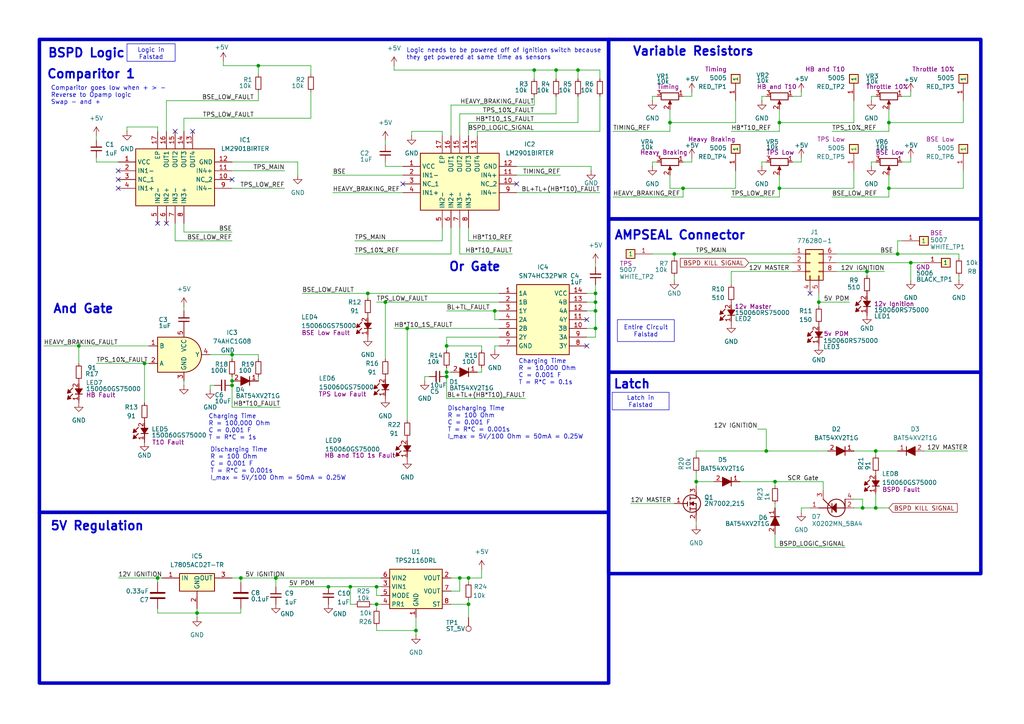
<source format=kicad_sch>
(kicad_sch (version 20250114) (generator "eeschema") (generator_version "9.0")
  (paper "A4")
  (title_block (title "SDM26 BSPD") (date "2025-06-09") (rev "1.0") (company "SUNDEVIL MOTORSPORTS"))
  (rectangle (start 11.43 11.43) (end 176.53 148.59) (stroke (width 1.016)))
  (rectangle (start 176.53 63.5) (end 284.48 107.95) (stroke (width 1.016)))
  (rectangle (start 176.53 11.43) (end 284.48 63.5) (stroke (width 1.016)))
  (rectangle (start 11.43 148.59) (end 176.53 198.12) (stroke (width 1.016)))
  (rectangle (start 176.53 107.95) (end 284.48 166.37) (stroke (width 1.016)))
  (text "5V Regulation" (at 14.478 154.178 0) (effects (font (size 2.54 2.54) (thickness 0.512) (bold yes)) (justify left bottom)))
  (text "Latch" (at 177.8 113.03 0) (effects (font (size 2.54 2.54) (thickness 0.512) (bold yes)) (justify left bottom)))
  (text "Discharging Time\nR = 100 Ohm\nC = 0.001 F\nT = R*C = 0.001s\nI_max = 5V/100 Ohm = 50mA = 0.25W" (at 129.794 117.856 0) (effects (font (size 1.27 1.27)) (justify left top)))
  (text "And Gate" (at 15.24 91.186 0) (effects (font (size 2.54 2.54) (thickness 0.512) (bold yes)) (justify left bottom)))
  (text "Comparitor goes low when + > -\nReverse to Opamp logic\nSwap - and +" (at 14.732 24.892 0) (effects (font (size 1.27 1.27)) (justify left top)))
  (text "Variable Resistors" (at 183.388 16.51 0) (effects (font (size 2.54 2.54) (thickness 0.512) (bold yes)) (justify left bottom)))
  (text "Logic needs to be powered off of Ignition switch because \nthey get powered at same time as sensors" (at 117.856 13.97 0) (effects (font (size 1.27 1.27)) (justify left top)))
  (text "Charging Time\nR = 100,000 Ohm\nC = 0.001 F\nT = R*C = 1s" (at 60.452 120.142 0) (effects (font (size 1.27 1.27)) (justify left top)))
  (text "Discharging Time\nR = 100 Ohm\nC = 0.001 F\nT = R*C = 0.001s\nI_max = 5V/100 Ohm = 50mA = 0.25W" (at 60.96 129.794 0) (effects (font (size 1.27 1.27)) (justify left top)))
  (text "Charging Time\nR = 10,000 Ohm\nC = 0.001 F\nT = R*C = 0.1s" (at 150.368 104.14 0) (effects (font (size 1.27 1.27)) (justify left top)))
  (text "AMPSEAL Connector" (at 178.054 69.85 0) (effects (font (size 2.54 2.54) (thickness 0.512) (bold yes)) (justify left bottom)))
  (text "BSPD Logic" (at 13.716 17.018 0) (effects (font (size 2.54 2.54) (thickness 0.512) (bold yes)) (justify left bottom)))
  (text "Or Gate" (at 130.048 78.994 0) (effects (font (size 2.54 2.54) (thickness 0.512) (bold yes)) (justify left bottom)))
  (text "Comparitor 1" (at 13.462 23.114 0) (effects (font (size 2.54 2.54) (thickness 0.512) (bold yes)) (justify left bottom)))
  (text_box "Latch in Falstad" (at 177.546 113.792 0) (size 16.51 5.08) (margins 0.9525 0.9525 0.9525 0.9525) (effects (font (size 1.27 1.27))))
  (text_box "Entire Circuit\nFalstad" (at 179.07 92.71 0) (size 16.51 6.35) (margins 0.9525 0.9525 0.9525 0.9525) (effects (font (size 1.27 1.27))))
  (text_box "Logic in Falstad" (at 36.83 12.7 0) (size 13.97 5.08) (margins 0.9525 0.9525 0.9525 0.9525) (effects (font (size 1.27 1.27)) (justify top)))
  (junction (at 226.06 54.61))
  (junction (at 226.06 35.56))
  (junction (at 254 147.32))
  (junction (at 95.25 170.18))
  (junction (at 172.72 85.09))
  (junction (at 254 130.81))
  (junction (at 172.72 95.25))
  (junction (at 260.35 73.66))
  (junction (at 133.35 167.64))
  (junction (at 67.31 110.49))
  (junction (at 80.01 167.64))
  (junction (at 222.25 130.81))
  (junction (at 143.51 90.17))
  (junction (at 120.65 182.88))
  (junction (at 172.72 90.17))
  (junction (at 41.91 105.41))
  (junction (at 237.49 87.63))
  (junction (at 106.68 85.09))
  (junction (at 257.81 54.61))
  (junction (at 201.93 139.7))
  (junction (at 101.6 170.18))
  (junction (at 74.93 19.05))
  (junction (at 129.54 109.22))
  (junction (at 251.46 78.74))
  (junction (at 135.89 167.64))
  (junction (at 22.86 100.33))
  (junction (at 257.81 35.56))
  (junction (at 154.94 20.32))
  (junction (at 250.19 147.32))
  (junction (at 57.15 177.8))
  (junction (at 135.89 175.26))
  (junction (at 118.11 95.25))
  (junction (at 161.29 20.32))
  (junction (at 198.12 54.61))
  (junction (at 69.85 167.64))
  (junction (at 195.58 73.66))
  (junction (at 109.22 175.26))
  (junction (at 67.31 102.87))
  (junction (at 172.72 87.63))
  (junction (at 111.76 87.63))
  (junction (at 129.54 107.95))
  (junction (at 45.72 167.64))
  (junction (at 129.54 100.33))
  (junction (at 194.31 35.56))
  (junction (at 109.22 170.18))
  (junction (at 167.64 20.32))
  (junction (at 224.79 139.7))
  (junction (at 67.31 111.76))
  (junction (at 264.16 76.2))
  (no_connect (at 170.18 100.33))
  (no_connect (at 170.18 92.71))
  (no_connect (at 34.29 54.61))
  (no_connect (at 34.29 49.53))
  (no_connect (at 55.88 38.1))
  (no_connect (at 45.72 64.77))
  (no_connect (at 67.31 52.07))
  (no_connect (at 234.95 85.09))
  (no_connect (at 48.26 64.77))
  (no_connect (at 116.84 53.34))
  (no_connect (at 34.29 52.07))
  (no_connect (at 149.86 53.34))
  (no_connect (at 50.8 38.1))
  (wire (pts (xy 60.96 111.76) (xy 62.23 111.76)))
  (wire (pts (xy 161.29 22.86) (xy 161.29 20.32)))
  (wire (pts (xy 118.11 95.25) (xy 144.78 95.25)))
  (wire (pts (xy 250.19 147.32) (xy 250.19 144.78)))
  (wire (pts (xy 138.43 38.1) (xy 173.99 38.1)))
  (wire (pts (xy 130.81 39.37) (xy 130.81 30.48)))
  (wire (pts (xy 81.28 118.11) (xy 67.31 118.11)))
  (wire (pts (xy 143.51 92.71) (xy 144.78 92.71)))
  (wire (pts (xy 90.17 34.29) (xy 90.17 26.67)))
  (wire (pts (xy 135.89 35.56) (xy 167.64 35.56)))
  (wire (pts (xy 254 143.51) (xy 254 147.32)))
  (wire (pts (xy 106.68 85.09) (xy 144.78 85.09)))
  (wire (pts (xy 252.73 46.99) (xy 252.73 48.26)))
  (wire (pts (xy 95.25 170.18) (xy 101.6 170.18)))
  (wire (pts (xy 67.31 46.99) (xy 86.36 46.99)))
  (wire (pts (xy 48.26 29.21) (xy 74.93 29.21)))
  (wire (pts (xy 257.81 50.8) (xy 257.81 54.61)))
  (wire (pts (xy 226.06 35.56) (xy 247.65 35.56)))
  (wire (pts (xy 129.54 107.95) (xy 129.54 109.22)))
  (wire (pts (xy 247.65 29.21) (xy 247.65 35.56)))
  (wire (pts (xy 232.41 27.94) (xy 229.87 27.94)))
  (wire (pts (xy 135.89 69.85) (xy 148.59 69.85)))
  (wire (pts (xy 170.18 90.17) (xy 172.72 90.17)))
  (wire (pts (xy 201.93 151.13) (xy 201.93 152.4)))
  (wire (pts (xy 257.81 35.56) (xy 257.81 38.1)))
  (wire (pts (xy 133.35 33.02) (xy 161.29 33.02)))
  (wire (pts (xy 194.31 50.8) (xy 194.31 54.61)))
  (wire (pts (xy 173.99 22.86) (xy 173.99 20.32)))
  (wire (pts (xy 278.13 80.01) (xy 278.13 81.28)))
  (wire (pts (xy 182.88 146.05) (xy 195.58 146.05)))
  (wire (pts (xy 172.72 95.25) (xy 172.72 97.79)))
  (wire (pts (xy 242.57 78.74) (xy 251.46 78.74)))
  (wire (pts (xy 167.64 27.94) (xy 167.64 35.56)))
  (wire (pts (xy 120.65 182.88) (xy 120.65 184.15)))
  (wire (pts (xy 267.97 130.81) (xy 280.67 130.81)))
  (wire (pts (xy 201.93 130.81) (xy 222.25 130.81)))
  (wire (pts (xy 250.19 147.32) (xy 254 147.32)))
  (wire (pts (xy 224.79 139.7) (xy 238.76 139.7)))
  (wire (pts (xy 149.86 50.8) (xy 162.56 50.8)))
  (wire (pts (xy 27.94 45.72) (xy 27.94 46.99)))
  (wire (pts (xy 242.57 76.2) (xy 264.16 76.2)))
  (wire (pts (xy 173.99 27.94) (xy 173.99 38.1)))
  (wire (pts (xy 109.22 170.18) (xy 110.49 170.18)))
  (wire (pts (xy 247.65 130.81) (xy 254 130.81)))
  (wire (pts (xy 101.6 175.26) (xy 102.87 175.26)))
  (wire (pts (xy 264.16 76.2) (xy 264.16 81.28)))
  (wire (pts (xy 41.91 105.41) (xy 43.18 105.41)))
  (wire (pts (xy 90.17 19.05) (xy 90.17 21.59)))
  (wire (pts (xy 119.38 39.37) (xy 119.38 38.1)))
  (wire (pts (xy 45.72 167.64) (xy 46.99 167.64)))
  (wire (pts (xy 149.86 55.88) (xy 173.99 55.88)))
  (wire (pts (xy 170.18 87.63) (xy 172.72 87.63)))
  (wire (pts (xy 201.93 137.16) (xy 201.93 139.7)))
  (wire (pts (xy 220.98 48.26) (xy 220.98 46.99)))
  (wire (pts (xy 87.63 85.09) (xy 106.68 85.09)))
  (wire (pts (xy 45.72 167.64) (xy 34.29 167.64)))
  (wire (pts (xy 74.93 102.87) (xy 74.93 104.14)))
  (wire (pts (xy 101.6 170.18) (xy 109.22 170.18)))
  (wire (pts (xy 69.85 168.91) (xy 69.85 167.64)))
  (wire (pts (xy 214.63 139.7) (xy 224.79 139.7)))
  (wire (pts (xy 257.81 35.56) (xy 279.4 35.56)))
  (wire (pts (xy 109.22 170.18) (xy 109.22 172.72)))
  (wire (pts (xy 154.94 30.48) (xy 154.94 27.94)))
  (wire (pts (xy 232.41 26.67) (xy 232.41 27.94)))
  (wire (pts (xy 45.72 36.83) (xy 36.83 36.83)))
  (wire (pts (xy 64.77 19.05) (xy 64.77 17.78)))
  (wire (pts (xy 195.58 74.93) (xy 195.58 73.66)))
  (wire (pts (xy 201.93 139.7) (xy 207.01 139.7)))
  (wire (pts (xy 83.82 170.18) (xy 95.25 170.18)))
  (wire (pts (xy 232.41 45.72) (xy 232.41 46.99)))
  (wire (pts (xy 86.36 46.99) (xy 86.36 50.8)))
  (wire (pts (xy 48.26 38.1) (xy 48.26 29.21)))
  (wire (pts (xy 172.72 85.09) (xy 172.72 87.63)))
  (wire (pts (xy 254 27.94) (xy 252.73 27.94)))
  (wire (pts (xy 74.93 19.05) (xy 74.93 21.59)))
  (wire (pts (xy 251.46 78.74) (xy 251.46 80.01)))
  (wire (pts (xy 74.93 29.21) (xy 74.93 26.67)))
  (wire (pts (xy 226.06 54.61) (xy 247.65 54.61)))
  (wire (pts (xy 111.76 41.91) (xy 111.76 40.64)))
  (wire (pts (xy 252.73 27.94) (xy 252.73 29.21)))
  (wire (pts (xy 190.5 27.94) (xy 189.23 27.94)))
  (wire (pts (xy 257.81 57.15) (xy 257.81 54.61)))
  (wire (pts (xy 74.93 110.49) (xy 74.93 109.22)))
  (wire (pts (xy 135.89 66.04) (xy 135.89 69.85)))
  (wire (pts (xy 212.09 78.74) (xy 212.09 82.55)))
  (wire (pts (xy 67.31 49.53) (xy 82.55 49.53)))
  (wire (pts (xy 217.17 76.2) (xy 229.87 76.2)))
  (wire (pts (xy 247.65 144.78) (xy 250.19 144.78)))
  (wire (pts (xy 247.65 147.32) (xy 250.19 147.32)))
  (wire (pts (xy 213.36 49.53) (xy 213.36 54.61)))
  (wire (pts (xy 50.8 69.85) (xy 50.8 64.77)))
  (wire (pts (xy 57.15 176.53) (xy 57.15 177.8)))
  (wire (pts (xy 67.31 109.22) (xy 67.31 110.49)))
  (wire (pts (xy 232.41 147.32) (xy 232.41 148.59)))
  (wire (pts (xy 139.7 167.64) (xy 139.7 165.1)))
  (wire (pts (xy 109.22 87.63) (xy 111.76 87.63)))
  (wire (pts (xy 220.98 27.94) (xy 222.25 27.94)))
  (wire (pts (xy 177.8 38.1) (xy 194.31 38.1)))
  (wire (pts (xy 245.11 158.75) (xy 224.79 158.75)))
  (wire (pts (xy 143.51 90.17) (xy 144.78 90.17)))
  (wire (pts (xy 109.22 172.72) (xy 110.49 172.72)))
  (wire (pts (xy 144.78 100.33) (xy 143.51 100.33)))
  (wire (pts (xy 222.25 124.46) (xy 222.25 130.81)))
  (wire (pts (xy 118.11 95.25) (xy 118.11 121.92)))
  (wire (pts (xy 241.3 38.1) (xy 257.81 38.1)))
  (wire (pts (xy 194.31 35.56) (xy 213.36 35.56)))
  (wire (pts (xy 189.23 27.94) (xy 189.23 29.21)))
  (wire (pts (xy 278.13 73.66) (xy 278.13 74.93)))
  (wire (pts (xy 129.54 97.79) (xy 144.78 97.79)))
  (wire (pts (xy 80.01 167.64) (xy 110.49 167.64)))
  (wire (pts (xy 224.79 139.7) (xy 224.79 140.97)))
  (wire (pts (xy 237.49 85.09) (xy 237.49 87.63)))
  (wire (pts (xy 260.35 73.66) (xy 278.13 73.66)))
  (wire (pts (xy 247.65 49.53) (xy 247.65 54.61)))
  (wire (pts (xy 143.51 100.33) (xy 143.51 101.6)))
  (wire (pts (xy 129.54 107.95) (xy 130.81 107.95)))
  (wire (pts (xy 194.31 54.61) (xy 198.12 54.61)))
  (wire (pts (xy 64.77 19.05) (xy 74.93 19.05)))
  (wire (pts (xy 114.3 20.32) (xy 154.94 20.32)))
  (wire (pts (xy 260.35 73.66) (xy 242.57 73.66)))
  (wire (pts (xy 102.87 69.85) (xy 128.27 69.85)))
  (wire (pts (xy 135.89 168.91) (xy 135.89 167.64)))
  (wire (pts (xy 149.86 48.26) (xy 171.45 48.26)))
  (wire (pts (xy 226.06 57.15) (xy 226.06 54.61)))
  (wire (pts (xy 226.06 38.1) (xy 226.06 35.56)))
  (wire (pts (xy 57.15 177.8) (xy 69.85 177.8)))
  (wire (pts (xy 129.54 100.33) (xy 129.54 101.6)))
  (wire (pts (xy 200.66 46.99) (xy 198.12 46.99)))
  (wire (pts (xy 22.86 105.41) (xy 22.86 100.33)))
  (wire (pts (xy 96.52 50.8) (xy 116.84 50.8)))
  (wire (pts (xy 279.4 49.53) (xy 279.4 54.61)))
  (wire (pts (xy 106.68 86.36) (xy 106.68 85.09)))
  (wire (pts (xy 96.52 55.88) (xy 116.84 55.88)))
  (wire (pts (xy 69.85 167.64) (xy 80.01 167.64)))
  (wire (pts (xy 254 147.32) (xy 257.81 147.32)))
  (wire (pts (xy 53.34 38.1) (xy 53.34 34.29)))
  (wire (pts (xy 119.38 38.1) (xy 128.27 38.1)))
  (wire (pts (xy 57.15 179.07) (xy 57.15 177.8)))
  (wire (pts (xy 220.98 46.99) (xy 222.25 46.99)))
  (wire (pts (xy 139.7 101.6) (xy 139.7 100.33)))
  (wire (pts (xy 212.09 38.1) (xy 226.06 38.1)))
  (wire (pts (xy 161.29 27.94) (xy 161.29 33.02)))
  (wire (pts (xy 195.58 80.01) (xy 195.58 81.28)))
  (wire (pts (xy 172.72 85.09) (xy 170.18 85.09)))
  (wire (pts (xy 27.94 40.64) (xy 27.94 39.37)))
  (wire (pts (xy 224.79 158.75) (xy 224.79 154.94)))
  (wire (pts (xy 232.41 147.32) (xy 234.95 147.32)))
  (wire (pts (xy 67.31 102.87) (xy 74.93 102.87)))
  (wire (pts (xy 111.76 87.63) (xy 111.76 104.14)))
  (wire (pts (xy 114.3 19.05) (xy 114.3 20.32)))
  (wire (pts (xy 260.35 69.85) (xy 260.35 73.66)))
  (wire (pts (xy 264.16 45.72) (xy 264.16 46.99)))
  (wire (pts (xy 212.09 78.74) (xy 229.87 78.74)))
  (wire (pts (xy 219.71 124.46) (xy 222.25 124.46)))
  (wire (pts (xy 123.19 109.22) (xy 124.46 109.22)))
  (wire (pts (xy 152.4 115.57) (xy 129.54 115.57)))
  (wire (pts (xy 128.27 69.85) (xy 128.27 66.04)))
  (wire (pts (xy 130.81 167.64) (xy 133.35 167.64)))
  (wire (pts (xy 264.16 46.99) (xy 261.62 46.99)))
  (wire (pts (xy 53.34 110.49) (xy 53.34 111.76)))
  (wire (pts (xy 135.89 39.37) (xy 135.89 35.56)))
  (wire (pts (xy 129.54 106.68) (xy 129.54 107.95)))
  (wire (pts (xy 22.86 100.33) (xy 43.18 100.33)))
  (wire (pts (xy 133.35 167.64) (xy 135.89 167.64)))
  (wire (pts (xy 123.19 109.22) (xy 123.19 110.49)))
  (wire (pts (xy 279.4 29.21) (xy 279.4 35.56)))
  (wire (pts (xy 109.22 182.88) (xy 109.22 181.61)))
  (wire (pts (xy 57.15 177.8) (xy 45.72 177.8)))
  (wire (pts (xy 67.31 118.11) (xy 67.31 111.76)))
  (wire (pts (xy 67.31 167.64) (xy 69.85 167.64)))
  (wire (pts (xy 130.81 30.48) (xy 154.94 30.48)))
  (wire (pts (xy 237.49 87.63) (xy 237.49 88.9)))
  (wire (pts (xy 133.35 171.45) (xy 133.35 167.64)))
  (wire (pts (xy 224.79 146.05) (xy 224.79 147.32)))
  (wire (pts (xy 195.58 73.66) (xy 229.87 73.66)))
  (wire (pts (xy 135.89 173.99) (xy 135.89 175.26)))
  (wire (pts (xy 27.94 46.99) (xy 34.29 46.99)))
  (wire (pts (xy 130.81 171.45) (xy 133.35 171.45)))
  (wire (pts (xy 194.31 31.75) (xy 194.31 35.56)))
  (wire (pts (xy 53.34 34.29) (xy 90.17 34.29)))
  (wire (pts (xy 264.16 26.67) (xy 264.16 27.94)))
  (wire (pts (xy 135.89 175.26) (xy 135.89 179.07)))
  (wire (pts (xy 36.83 36.83) (xy 36.83 38.1)))
  (wire (pts (xy 198.12 57.15) (xy 198.12 54.61)))
  (wire (pts (xy 256.54 78.74) (xy 251.46 78.74)))
  (wire (pts (xy 129.54 90.17) (xy 143.51 90.17)))
  (wire (pts (xy 172.72 82.55) (xy 172.72 85.09)))
  (wire (pts (xy 238.76 139.7) (xy 238.76 142.24)))
  (wire (pts (xy 53.34 88.9) (xy 53.34 90.17)))
  (wire (pts (xy 212.09 57.15) (xy 226.06 57.15)))
  (wire (pts (xy 27.94 105.41) (xy 41.91 105.41)))
  (wire (pts (xy 226.06 50.8) (xy 226.06 54.61)))
  (wire (pts (xy 254 130.81) (xy 260.35 130.81)))
  (wire (pts (xy 128.27 38.1) (xy 128.27 39.37)))
  (wire (pts (xy 80.01 170.18) (xy 80.01 167.64)))
  (wire (pts (xy 60.96 111.76) (xy 60.96 113.03)))
  (wire (pts (xy 133.35 66.04) (xy 133.35 73.66)))
  (wire (pts (xy 129.54 97.79) (xy 129.54 100.33)))
  (wire (pts (xy 264.16 76.2) (xy 267.97 76.2)))
  (wire (pts (xy 222.25 130.81) (xy 240.03 130.81)))
  (wire (pts (xy 111.76 48.26) (xy 116.84 48.26)))
  (wire (pts (xy 260.35 69.85) (xy 261.62 69.85)))
  (wire (pts (xy 190.5 46.99) (xy 189.23 46.99)))
  (wire (pts (xy 171.45 48.26) (xy 171.45 49.53)))
  (wire (pts (xy 45.72 168.91) (xy 45.72 167.64)))
  (wire (pts (xy 60.96 102.87) (xy 67.31 102.87)))
  (wire (pts (xy 109.22 182.88) (xy 120.65 182.88)))
  (wire (pts (xy 69.85 177.8) (xy 69.85 176.53)))
  (wire (pts (xy 129.54 115.57) (xy 129.54 109.22)))
  (wire (pts (xy 254 130.81) (xy 254 132.08)))
  (wire (pts (xy 67.31 54.61) (xy 82.55 54.61)))
  (wire (pts (xy 109.22 175.26) (xy 110.49 175.26)))
  (wire (pts (xy 246.38 87.63) (xy 237.49 87.63)))
  (wire (pts (xy 172.72 97.79) (xy 170.18 97.79)))
  (wire (pts (xy 167.64 20.32) (xy 167.64 22.86)))
  (wire (pts (xy 264.16 27.94) (xy 261.62 27.94)))
  (wire (pts (xy 107.95 175.26) (xy 109.22 175.26)))
  (wire (pts (xy 50.8 69.85) (xy 67.31 69.85)))
  (wire (pts (xy 167.64 20.32) (xy 173.99 20.32)))
  (wire (pts (xy 53.34 67.31) (xy 53.34 64.77)))
  (wire (pts (xy 109.22 176.53) (xy 109.22 175.26)))
  (wire (pts (xy 130.81 66.04) (xy 130.81 73.66)))
  (wire (pts (xy 200.66 27.94) (xy 198.12 27.94)))
  (wire (pts (xy 114.3 95.25) (xy 118.11 95.25)))
  (wire (pts (xy 200.66 45.72) (xy 200.66 46.99)))
  (wire (pts (xy 200.66 26.67) (xy 200.66 27.94)))
  (wire (pts (xy 154.94 20.32) (xy 154.94 22.86)))
  (wire (pts (xy 172.72 90.17) (xy 172.72 95.25)))
  (wire (pts (xy 12.7 100.33) (xy 22.86 100.33)))
  (wire (pts (xy 139.7 107.95) (xy 139.7 106.68)))
  (wire (pts (xy 154.94 20.32) (xy 161.29 20.32)))
  (wire (pts (xy 189.23 46.99) (xy 189.23 48.26)))
  (wire (pts (xy 170.18 95.25) (xy 172.72 95.25)))
  (wire (pts (xy 213.36 29.21) (xy 213.36 35.56)))
  (wire (pts (xy 177.8 57.15) (xy 198.12 57.15)))
  (wire (pts (xy 120.65 179.07) (xy 120.65 182.88)))
  (wire (pts (xy 67.31 102.87) (xy 67.31 104.14)))
  (wire (pts (xy 139.7 107.95) (xy 138.43 107.95)))
  (wire (pts (xy 189.23 73.66) (xy 195.58 73.66)))
  (wire (pts (xy 129.54 100.33) (xy 139.7 100.33)))
  (wire (pts (xy 67.31 110.49) (xy 67.31 111.76)))
  (wire (pts (xy 232.41 46.99) (xy 229.87 46.99)))
  (wire (pts (xy 257.81 54.61) (xy 279.4 54.61)))
  (wire (pts (xy 101.6 170.18) (xy 101.6 175.26)))
  (wire (pts (xy 254 46.99) (xy 252.73 46.99)))
  (wire (pts (xy 41.91 105.41) (xy 41.91 116.84)))
  (wire (pts (xy 172.72 76.2) (xy 172.72 77.47)))
  (wire (pts (xy 257.81 31.75) (xy 257.81 35.56)))
  (wire (pts (xy 45.72 38.1) (xy 45.72 36.83)))
  (wire (pts (xy 172.72 87.63) (xy 172.72 90.17)))
  (wire (pts (xy 67.31 67.31) (xy 53.34 67.31)))
  (wire (pts (xy 111.76 87.63) (xy 144.78 87.63)))
  (wire (pts (xy 226.06 31.75) (xy 226.06 35.56)))
  (wire (pts (xy 220.98 29.21) (xy 220.98 27.94)))
  (wire (pts (xy 161.29 20.32) (xy 167.64 20.32)))
  (wire (pts (xy 133.35 33.02) (xy 133.35 39.37)))
  (wire (pts (xy 201.93 139.7) (xy 201.93 140.97)))
  (wire (pts (xy 194.31 38.1) (xy 194.31 35.56)))
  (wire (pts (xy 138.43 38.1) (xy 138.43 39.37)))
  (wire (pts (xy 241.3 57.15) (xy 257.81 57.15)))
  (wire (pts (xy 130.81 175.26) (xy 135.89 175.26)))
  (wire (pts (xy 133.35 73.66) (xy 148.59 73.66)))
  (wire (pts (xy 74.93 19.05) (xy 90.17 19.05)))
  (wire (pts (xy 201.93 132.08) (xy 201.93 130.81)))
  (wire (pts (xy 143.51 90.17) (xy 143.51 92.71)))
  (wire (pts (xy 111.76 46.99) (xy 111.76 48.26)))
  (wire (pts (xy 198.12 54.61) (xy 213.36 54.61)))
  (wire (pts (xy 130.81 73.66) (xy 102.87 73.66)))
  (wire (pts (xy 45.72 176.53) (xy 45.72 177.8)))
  (wire (pts (xy 135.89 167.64) (xy 139.7 167.64)))
  (label "5V IGNITION" (at 71.12 167.64 0))
  (label "TPS_LOW_FAULT" (at 109.22 87.63 0))
  (label "BSE" (at 255.27 73.66 0))
  (label "BSE_LOW_FAULT" (at 87.63 85.09 0))
  (label "TPS_MAIN" (at 82.55 49.53 180))
  (label "12V MASTER" (at 280.67 130.81 180))
  (label "HEAVY_BRAKING_FAULT" (at 154.94 30.48 180))
  (label "BSE_LOW_REF" (at 241.3 57.15 0))
  (label "HB*T10_REF" (at 212.09 38.1 0))
  (label "BSE_LOW_REF" (at 67.31 69.85 180))
  (label "TPS_LOW_REF" (at 212.09 57.15 0))
  (label "TPS_LOW_REF" (at 82.55 54.61 180))
  (label "BSE_LOW_FAULT" (at 73.66 29.21 180))
  (label "12V IGNITION" (at 34.29 167.64 0))
  (label "BSE" (at 96.52 50.8 0))
  (label "12V IGNITION" (at 219.71 124.46 180))
  (label "TPS_10%_REF" (at 241.3 38.1 0))
  (label "12V MASTER" (at 217.17 78.74 0))
  (label "TPS_MAIN" (at 102.87 69.85 0))
  (label "HB*T10_REF" (at 148.59 69.85 180))
  (label "5V PDM" (at 83.82 170.18 0))
  (label "TPS_LOW_FAULT" (at 73.66 34.29 180))
  (label "HB*T10_1S_FAULT" (at 154.94 35.56 180))
  (label "TPS_10%_FAULT" (at 154.94 33.02 180))
  (label "SCR Gate" (at 237.49 139.7 180))
  (label "HEAVY_BRAKING_REF" (at 96.52 55.88 0))
  (label "HB*T10_1S_FAULT" (at 114.3 95.25 0))
  (label "HB*T10_FAULT" (at 81.28 118.11 180))
  (label "12V IGNITION" (at 256.54 78.74 180))
  (label "5V PDM" (at 246.38 87.63 180))
  (label "HEAVY_BRAKING_REF" (at 177.8 57.15 0))
  (label "BSPD_LOGIC_SIGNAL" (at 154.94 38.1 180))
  (label "BL+TL_FAULT" (at 129.54 90.17 0))
  (label "BSPD_LOGIC_SIGNAL" (at 245.11 158.75 180))
  (label "HEAVY_BRAKING_FAULT" (at 12.7 100.33 0))
  (label "BSE" (at 67.31 67.31 180))
  (label "BL+TL+(HB*T10)_FAULT" (at 173.99 55.88 180))
  (label "BL+TL+(HB*T10)_FAULT" (at 152.4 115.57 180))
  (label "12V MASTER" (at 182.88 146.05 0))
  (label "TIMING_REF" (at 177.8 38.1 0))
  (label "HB*T10_FAULT" (at 148.59 73.66 180))
  (label "TPS_10%_FAULT" (at 27.94 105.41 0))
  (label "TPS_10%_REF" (at 102.87 73.66 0))
  (label "TIMING_REF" (at 162.56 50.8 180))
  (label "TPS_MAIN" (at 210.82 73.66 180))
  (global_label "BSPD KILL SIGNAL" (shape input) (at 217.17 76.2 180) (property "Intersheetrefs" "${INTERSHEET_REFS}" (effects (hide yes))))
  (global_label "BSPD KILL SIGNAL" (shape input) (at 257.81 147.32 0) (property "Intersheetrefs" "${INTERSHEET_REFS}" (effects (hide yes))))
  (symbol (lib_id "SDM_TESTPOINT:5007") (at 261.62 69.85 0) (unit 1)
    (property "Reference" "WHITE_TP1" (at 279.908 71.628 0) (effects (justify right)))
    (property "Value" "5007" (at 274.828 69.596 0) (effects (justify right)))
    (property "Footprint" "SDM_MiscFootprint:5007" (effects (hide yes)))
    (property "Datasheet" "https://www.keyelco.com/product-pdf.cfm?p=1316" (effects (hide yes)))
    (property "Description" "Test Point, PC, Snap in Mounting,  Compact, White Base" (effects (hide yes)))
    (property "Measure" "BSE" (at 273.558 67.564 0) (effects (justify right)))
    (property "Height" "5.59" (effects (hide yes)))
    (property "Mouser Part Number" "534-5007" (effects (hide yes)))
    (property "Mouser Price/Stock" "https://www.mouser.co.uk/ProductDetail/Keystone-Electronics/5007?qs=q0tsjPZWdm%2FR8ZVOxrSXrQ%3D%3D" (effects (hide yes)))
    (property "Manufacturer_Name" "Keystone Electronics" (effects (hide yes)))
    (property "Manufacturer_Part_Number" "5007" (effects (hide yes)))
  )
  (symbol (lib_id "Device:R_Small") (at 111.76 106.68 0) (mirror x) (unit 1)
    (property "Reference" "R16" (at 107.95 105.41 0))
    (property "Value" "91" (at 107.95 107.95 0))
    (property "Footprint" "Resistor_SMD:R_0603_1608Metric" (effects (hide yes)))
    (property "Description" "Resistor, small symbol" (effects (hide yes)))
  )
  (symbol (lib_id "SDM_LOGIC:SN74HC32PWR") (at 144.78 85.09 0) (unit 1)
    (property "Reference" "IC4" (at 157.48 77.47 0))
    (property "Value" "SN74HC32PWR" (at 157.48 80.01 0))
    (property "Footprint" "SDM_MiscFootprint:SOP65P640X120-14L" (effects (hide yes)))
    (property "Datasheet" "http://www.ti.com/lit/gpn/sn74hc32" (effects (hide yes)))
    (property "Description" "Quadruple 2-Input Positive-OR Gates" (effects (hide yes)))
    (property "Height" "1.2" (effects (hide yes)))
    (property "Mouser Part Number" "595-SN74HC32PWR" (effects (hide yes)))
    (property "Mouser Price/Stock" "https://www.mouser.co.uk/ProductDetail/Texas-Instruments/SN74HC32PWR?qs=ZA235jQDfbp291NIbGpFPA%3D%3D" (effects (hide yes)))
    (property "Manufacturer_Name" "Texas Instruments" (effects (hide yes)))
    (property "Manufacturer_Part_Number" "SN74HC32PWR" (effects (hide yes)))
  )
  (symbol (lib_id "SDM_TESTPOINT:5005") (at 213.36 49.53 90) (unit 1)
    (property "Reference" "RED_TP4" (at 210.82 45.466 90) (effects (justify left)))
    (property "Value" "5005" (at 210.82 42.926 90) (effects (justify left)))
    (property "Footprint" "SDM_MiscFootprint:5005" (effects (hide yes)))
    (property "Datasheet" "http://www.keyelco.com/product-pdf.cfm?p=1314" (effects (hide yes)))
    (property "Description" "Test Point, PC, Snap in Mounting,  Compact, Red Base" (effects (hide yes)))
    (property "Measure" "Heavy Braking" (at 213.36 40.386 90) (effects (justify left)))
    (property "Mouser Part Number" "534-5005" (effects (hide yes)))
    (property "Mouser Price/Stock" "https://www.mouser.co.uk/ProductDetail/Keystone-Electronics/5005?qs=q0tsjPZWdm%252BiIco20yB3BQ%3D%3D" (effects (hide yes)))
    (property "Manufacturer_Name" "Keystone Electronics" (effects (hide yes)))
    (property "Manufacturer_Part_Number" "5005" (effects (hide yes)))
  )
  (symbol (lib_id "power:GND") (at 53.34 111.76 0) (unit 1)
    (property "Reference" "#PWR029" (effects (hide yes)))
    (property "Value" "GND" (at 66.04 101.6 0))
    (property "Description" "Power symbol creates a global label with name \"GND\" , ground" (effects (hide yes)))
  )
  (symbol (lib_id "power:GND") (at 36.83 38.1 0) (unit 1)
    (property "Reference" "#PWR09" (effects (hide yes)))
    (property "Value" "GND" (at 36.83 43.18 0))
    (property "Description" "Power symbol creates a global label with name \"GND\" , ground" (effects (hide yes)))
  )
  (symbol (lib_id "power:+5V") (at 27.94 39.37 0) (unit 1)
    (property "Reference" "#PWR010" (effects (hide yes)))
    (property "Value" "+5V" (at 27.94 34.29 0))
    (property "Description" "Power symbol creates a global label with name \"+5V\"" (effects (hide yes)))
  )
  (symbol (lib_id "power:+5V") (at 172.72 76.2 0) (unit 1)
    (property "Reference" "#PWR025" (effects (hide yes)))
    (property "Value" "+5V" (at 172.72 71.12 0))
    (property "Description" "Power symbol creates a global label with name \"+5V\"" (effects (hide yes)))
  )
  (symbol (lib_id "power:+5V") (at 264.16 26.67 0) (unit 1)
    (property "Reference" "#PWR05" (effects (hide yes)))
    (property "Value" "+5V" (at 264.16 23.114 0))
    (property "Description" "Power symbol creates a global label with name \"+5V\"" (effects (hide yes)))
  )
  (symbol (lib_id "power:+5V") (at 232.41 26.67 0) (unit 1)
    (property "Reference" "#PWR04" (effects (hide yes)))
    (property "Value" "+5V" (at 232.41 22.86 0))
    (property "Description" "Power symbol creates a global label with name \"+5V\"" (effects (hide yes)))
  )
  (symbol (lib_id "power:+5V") (at 200.66 26.67 0) (unit 1)
    (property "Reference" "#PWR03" (effects (hide yes)))
    (property "Value" "+5V" (at 200.66 22.86 0))
    (property "Description" "Power symbol creates a global label with name \"+5V\"" (effects (hide yes)))
  )
  (symbol (lib_id "power:GND") (at 264.16 81.28 0) (unit 1)
    (property "Reference" "#PWR022" (effects (hide yes)))
    (property "Value" "GND" (at 264.16 86.36 0))
    (property "Description" "Power symbol creates a global label with name \"GND\" , ground" (effects (hide yes)))
  )
  (symbol (lib_id "power:GND") (at 251.46 91.44 0) (unit 1)
    (property "Reference" "#PWR026" (effects (hide yes)))
    (property "Value" "GND" (at 251.46 95.25 0))
    (property "Description" "Power symbol creates a global label with name \"GND\" , ground" (effects (hide yes)))
  )
  (symbol (lib_id "SDM_TESTPOINT:5005") (at 247.65 29.21 90) (unit 1)
    (property "Reference" "RED_TP2" (at 245.11 25.146 90) (effects (justify left)))
    (property "Value" "5005" (at 245.11 22.606 90) (effects (justify left)))
    (property "Footprint" "SDM_MiscFootprint:5005" (effects (hide yes)))
    (property "Datasheet" "http://www.keyelco.com/product-pdf.cfm?p=1314" (effects (hide yes)))
    (property "Description" "Test Point, PC, Snap in Mounting,  Compact, Red Base" (effects (hide yes)))
    (property "Measure" "HB and T10" (at 245.11 20.066 90) (effects (justify left)))
    (property "Mouser Part Number" "534-5005" (effects (hide yes)))
    (property "Mouser Price/Stock" "https://www.mouser.co.uk/ProductDetail/Keystone-Electronics/5005?qs=q0tsjPZWdm%252BiIco20yB3BQ%3D%3D" (effects (hide yes)))
    (property "Manufacturer_Name" "Keystone Electronics" (effects (hide yes)))
    (property "Manufacturer_Part_Number" "5005" (effects (hide yes)))
  )
  (symbol (lib_id "Device:C_Small") (at 111.76 44.45 180) (unit 1)
    (property "Reference" "C2" (at 104.394 44.45 0) (effects (justify right)))
    (property "Value" "1uF" (at 104.394 46.228 0) (effects (justify right)))
    (property "Footprint" "Capacitor_SMD:C_0603_1608Metric" (effects (hide yes)))
  )
  (symbol (lib_id "SDM_DIODES:BAT54XV2T1G") (at 138.43 107.95 180) (unit 1)
    (property "Reference" "D1" (at 130.302 110.744 0) (effects (justify right)))
    (property "Value" "BAT54XV2T1G" (at 130.302 112.522 0) (effects (justify right)))
    (property "Footprint" "SDM_MiscFootprint:SODFL1608X70N" (effects (hide yes)))
    (property "Datasheet" "https://www.onsemi.com/pub/Collateral/BAT54XV2T1-D.PDF" (effects (hide yes)))
    (property "Description" "These Devices are Pb-Free, Halogen Free/BFR Free and are RoHS Compliant; S Prefix for Automotive and Other Applications Requiring Unique Site and Control Change Requirements; AECQ101 Qualified and PPAP Capable ; Lower forward voltage (VF)" (effects (hide yes)))
    (property "Height" "0.7" (effects (hide yes)))
    (property "Mouser Part Number" "863-BAT54XV2T1G" (effects (hide yes)))
    (property "Mouser Price/Stock" "https://www.mouser.co.uk/ProductDetail/onsemi/BAT54XV2T1G?qs=vLkC5FC1VN8vpceP7xcdrw%3D%3D" (effects (hide yes)))
    (property "Manufacturer_Name" "onsemi" (effects (hide yes)))
    (property "Manufacturer_Part_Number" "BAT54XV2T1G" (effects (hide yes)))
  )
  (symbol (lib_id "power:GND") (at 189.23 29.21 0) (unit 1)
    (property "Reference" "#PWR06" (effects (hide yes)))
    (property "Value" "GND" (at 189.23 34.29 0))
    (property "Description" "Power symbol creates a global label with name \"GND\" , ground" (effects (hide yes)))
  )
  (symbol (lib_id "power:GND") (at 111.76 115.57 0) (unit 1)
    (property "Reference" "#PWR035" (effects (hide yes)))
    (property "Value" "GND" (at 111.76 120.65 0))
    (property "Description" "Power symbol creates a global label with name \"GND\" , ground" (effects (hide yes)))
  )
  (symbol (lib_id "SDM_LED:150060GS75000") (at 254 140.97 90) (unit 1)
    (property "Reference" "LED8" (at 255.778 137.414 90) (effects (justify right)))
    (property "Value" "150060GS75000" (at 255.778 139.954 90) (effects (justify right)))
    (property "Footprint" "SDM_MiscFootprint:LEDC1608X80N" (effects (hide yes)))
    (property "Datasheet" "https://componentsearchengine.com/Datasheets/2/150060GS75000.pdf" (effects (hide yes)))
    (property "Description" "Wurth Elektronik WL-SMCW 520 nm Green LED, 1608 (0603) Clear SMD package" (effects (hide yes)))
    (property "Color" "Green" (effects (hide yes)))
    (property "Height" "0.8" (effects (hide yes)))
    (property "Mouser Part Number" "710-150060GS75000" (effects (hide yes)))
    (property "Mouser Price/Stock" "https://www.mouser.co.uk/ProductDetail/Wurth-Elektronik/150060GS75000?qs=LlUlMxKIyB0UYkq5lDO8nA%3D%3D" (effects (hide yes)))
    (property "Manufacturer_Name" "Wurth Elektronik" (effects (hide yes)))
    (property "Manufacturer_Part_Number" "150060GS75000" (effects (hide yes)))
    (property "Measure" "BSPD Fault" (at 261.366 141.986 90))
  )
  (symbol (lib_id "SDM_LED:150060GS75000") (at 106.68 95.25 90) (unit 1)
    (property "Reference" "LED4" (at 87.376 91.948 90) (effects (justify right)))
    (property "Value" "150060GS75000" (at 87.376 94.488 90) (effects (justify right)))
    (property "Footprint" "SDM_MiscFootprint:LEDC1608X80N" (effects (hide yes)))
    (property "Datasheet" "https://componentsearchengine.com/Datasheets/2/150060GS75000.pdf" (effects (hide yes)))
    (property "Description" "Wurth Elektronik WL-SMCW 520 nm Green LED, 1608 (0603) Clear SMD package" (effects (hide yes)))
    (property "Color" "Green" (effects (hide yes)))
    (property "Height" "0.8" (effects (hide yes)))
    (property "Mouser Part Number" "710-150060GS75000" (effects (hide yes)))
    (property "Mouser Price/Stock" "https://www.mouser.co.uk/ProductDetail/Wurth-Elektronik/150060GS75000?qs=LlUlMxKIyB0UYkq5lDO8nA%3D%3D" (effects (hide yes)))
    (property "Manufacturer_Name" "Wurth Elektronik" (effects (hide yes)))
    (property "Manufacturer_Part_Number" "150060GS75000" (effects (hide yes)))
    (property "Measure" "BSE Low Fault" (at 94.488 96.52 90))
  )
  (symbol (lib_id "power:GND") (at 220.98 29.21 0) (unit 1)
    (property "Reference" "#PWR07" (effects (hide yes)))
    (property "Value" "GND" (at 220.98 34.29 0))
    (property "Description" "Power symbol creates a global label with name \"GND\" , ground" (effects (hide yes)))
  )
  (symbol (lib_id "Device:R_Small") (at 154.94 25.4 0) (unit 1)
    (property "Reference" "R3" (at 151.892 24.384 0))
    (property "Value" "10k" (at 151.13 26.162 0))
    (property "Footprint" "Resistor_SMD:R_0603_1608Metric" (effects (hide yes)))
    (property "Description" "Resistor, small symbol" (effects (hide yes)))
  )
  (symbol (lib_id "SDM_TESTPOINT:5007") (at 189.23 73.66 180) (unit 1)
    (property "Reference" "WHITE_TP2" (at 189.738 80.264 0) (effects (justify left)))
    (property "Value" "5007" (at 184.658 78.232 0) (effects (justify left)))
    (property "Footprint" "SDM_MiscFootprint:5007" (effects (hide yes)))
    (property "Datasheet" "https://www.keyelco.com/product-pdf.cfm?p=1316" (effects (hide yes)))
    (property "Description" "Test Point, PC, Snap in Mounting,  Compact, White Base" (effects (hide yes)))
    (property "Measure" "TPS" (at 183.388 76.454 0) (effects (justify left)))
    (property "Height" "5.59" (effects (hide yes)))
    (property "Mouser Part Number" "534-5007" (effects (hide yes)))
    (property "Mouser Price/Stock" "https://www.mouser.co.uk/ProductDetail/Keystone-Electronics/5007?qs=q0tsjPZWdm%2FR8ZVOxrSXrQ%3D%3D" (effects (hide yes)))
    (property "Manufacturer_Name" "Keystone Electronics" (effects (hide yes)))
    (property "Manufacturer_Part_Number" "5007" (effects (hide yes)))
  )
  (symbol (lib_id "Device:R_Small") (at 167.64 25.4 0) (unit 1)
    (property "Reference" "R5" (at 164.592 24.384 0))
    (property "Value" "10k" (at 163.83 26.162 0))
    (property "Footprint" "Resistor_SMD:R_0603_1608Metric" (effects (hide yes)))
    (property "Description" "Resistor, small symbol" (effects (hide yes)))
  )
  (symbol (lib_id "SDM_VARIABLE_RESISTOR:3386P-1-103TLF") (at 254 46.99 0) (unit 1)
    (property "Reference" "VR6" (at 255.778 41.148 0))
    (property "Value" "10k" (at 255.778 42.672 0))
    (property "Footprint" "SDM_MiscFootprint:3386P1103TLF" (effects (hide yes)))
    (property "Datasheet" "https://www.mouser.com/datasheet/2/54/3386-776606.pdf" (effects (hide yes)))
    (property "Description" "Trimmer Resistors - Through Hole" (effects (hide yes)))
    (property "Height" "4.83" (effects (hide yes)))
    (property "Mouser Part Number" "652-3386P-1-103TLF" (effects (hide yes)))
    (property "Mouser Price/Stock" "https://www.mouser.co.uk/ProductDetail/Bourns/3386P-1-103TLF?qs=m2uG%2FFdTAPW0l2ELvsEvlA%3D%3D" (effects (hide yes)))
    (property "Manufacturer_Name" "Bourns" (effects (hide yes)))
    (property "Manufacturer_Part_Number" "3386P-1-103TLF" (effects (hide yes)))
    (property "Measure" "BSE Low" (at 258.064 44.196 0))
  )
  (symbol (lib_id "SDM_VARIABLE_RESISTOR:3386P-1-103TLF") (at 254 27.94 0) (unit 1)
    (property "Reference" "VR3" (at 252.984 22.098 0))
    (property "Value" "10k" (at 252.984 23.622 0))
    (property "Footprint" "SDM_MiscFootprint:3386P1103TLF" (effects (hide yes)))
    (property "Datasheet" "https://www.mouser.com/datasheet/2/54/3386-776606.pdf" (effects (hide yes)))
    (property "Description" "Trimmer Resistors - Through Hole" (effects (hide yes)))
    (property "Height" "4.83" (effects (hide yes)))
    (property "Mouser Part Number" "652-3386P-1-103TLF" (effects (hide yes)))
    (property "Mouser Price/Stock" "https://www.mouser.co.uk/ProductDetail/Bourns/3386P-1-103TLF?qs=m2uG%2FFdTAPW0l2ELvsEvlA%3D%3D" (effects (hide yes)))
    (property "Manufacturer_Name" "Bourns" (effects (hide yes)))
    (property "Manufacturer_Part_Number" "3386P-1-103TLF" (effects (hide yes)))
    (property "Measure" "Throttle 10%" (at 257.302 25.146 0))
  )
  (symbol (lib_id "Device:R_Small") (at 251.46 82.55 0) (mirror x) (unit 1)
    (property "Reference" "R9" (at 247.65 81.28 0))
    (property "Value" "510" (at 247.65 83.312 0))
    (property "Footprint" "Resistor_SMD:R_0603_1608Metric" (effects (hide yes)))
    (property "Description" "Resistor, small symbol" (effects (hide yes)))
  )
  (symbol (lib_id "power:GND") (at 252.73 48.26 0) (unit 1)
    (property "Reference" "#PWR018" (effects (hide yes)))
    (property "Value" "GND" (at 252.73 53.34 0))
    (property "Description" "Power symbol creates a global label with name \"GND\" , ground" (effects (hide yes)))
  )
  (symbol (lib_id "SDM_SCR:X0202MN_5BA4") (at 248.92 147.32 180) (unit 1)
    (property "Reference" "D7" (at 236.728 149.86 0))
    (property "Value" "X0202MN_5BA4" (at 242.824 151.892 0))
    (property "Footprint" "SDM_MiscFootprint:SOT230P700X190-4N" (effects (hide yes)))
    (property "Datasheet" "http://www.st.com/st-web-ui/static/active/en/resource/technical/document/datasheet/CD00002274.pdf" (effects (hide yes)))
    (property "Description" "STMICROELECTRONICS - X0202MN 5BA4 - SCR THYRISTOR, 800mA, 600V, SOT-223" (effects (hide yes)))
    (property "Height" "1.9" (effects (hide yes)))
    (property "Mouser Part Number" "511-X0202MN" (effects (hide yes)))
    (property "Mouser Price/Stock" "https://www.mouser.co.uk/ProductDetail/STMicroelectronics/X0202MN-5BA4?qs=gSSIpVhvwUnb%2FPyS6HoGFw%3D%3D" (effects (hide yes)))
    (property "Manufacturer_Name" "STMicroelectronics" (effects (hide yes)))
    (property "Manufacturer_Part_Number" "X0202MN 5BA4" (effects (hide yes)))
  )
  (symbol (lib_id "power:GND") (at 118.11 133.35 0) (unit 1)
    (property "Reference" "#PWR038" (effects (hide yes)))
    (property "Value" "GND" (at 118.11 138.43 0))
    (property "Description" "Power symbol creates a global label with name \"GND\" , ground" (effects (hide yes)))
  )
  (symbol (lib_id "SDM_LED:150060GS75000") (at 118.11 130.81 90) (unit 1)
    (property "Reference" "LED9" (at 94.234 127.762 90) (effects (justify right)))
    (property "Value" "150060GS75000" (at 94.234 130.302 90) (effects (justify right)))
    (property "Footprint" "SDM_MiscFootprint:LEDC1608X80N" (effects (hide yes)))
    (property "Datasheet" "https://componentsearchengine.com/Datasheets/2/150060GS75000.pdf" (effects (hide yes)))
    (property "Description" "Wurth Elektronik WL-SMCW 520 nm Green LED, 1608 (0603) Clear SMD package" (effects (hide yes)))
    (property "Color" "Green" (effects (hide yes)))
    (property "Height" "0.8" (effects (hide yes)))
    (property "Mouser Part Number" "710-150060GS75000" (effects (hide yes)))
    (property "Mouser Price/Stock" "https://www.mouser.co.uk/ProductDetail/Wurth-Elektronik/150060GS75000?qs=LlUlMxKIyB0UYkq5lDO8nA%3D%3D" (effects (hide yes)))
    (property "Manufacturer_Name" "Wurth Elektronik" (effects (hide yes)))
    (property "Manufacturer_Part_Number" "150060GS75000" (effects (hide yes)))
    (property "Measure" "HB and T10 1s Fault" (at 104.394 132.08 90))
  )
  (symbol (lib_id "SDM_DIODES:BAT54XV2T1G") (at 214.63 139.7 180) (unit 1)
    (property "Reference" "D5" (at 209.55 133.35 0))
    (property "Value" "BAT54XV2T1G" (at 209.55 135.89 0))
    (property "Footprint" "SDM_MiscFootprint:SODFL1608X70N" (effects (hide yes)))
    (property "Datasheet" "https://www.onsemi.com/pub/Collateral/BAT54XV2T1-D.PDF" (effects (hide yes)))
    (property "Description" "These Devices are Pb-Free, Halogen Free/BFR Free and are RoHS Compliant; S Prefix for Automotive and Other Applications Requiring Unique Site and Control Change Requirements; AECQ101 Qualified and PPAP Capable ; Lower forward voltage (VF)" (effects (hide yes)))
    (property "Height" "0.7" (effects (hide yes)))
    (property "Mouser Part Number" "863-BAT54XV2T1G" (effects (hide yes)))
    (property "Mouser Price/Stock" "https://www.mouser.co.uk/ProductDetail/onsemi/BAT54XV2T1G?qs=vLkC5FC1VN8vpceP7xcdrw%3D%3D" (effects (hide yes)))
    (property "Manufacturer_Name" "onsemi" (effects (hide yes)))
    (property "Manufacturer_Part_Number" "BAT54XV2T1G" (effects (hide yes)))
  )
  (symbol (lib_id "power:+5V") (at 232.41 45.72 0) (unit 1)
    (property "Reference" "#PWR014" (effects (hide yes)))
    (property "Value" "+5V" (at 232.41 42.164 0))
    (property "Description" "Power symbol creates a global label with name \"+5V\"" (effects (hide yes)))
  )
  (symbol (lib_id "Device:R_Small") (at 161.29 25.4 0) (unit 1)
    (property "Reference" "R4" (at 158.242 24.384 0))
    (property "Value" "10k" (at 157.48 26.162 0))
    (property "Footprint" "Resistor_SMD:R_0603_1608Metric" (effects (hide yes)))
    (property "Description" "Resistor, small symbol" (effects (hide yes)))
  )
  (symbol (lib_id "Power_Management:TPS2116DRL") (at 120.65 172.72 0) (unit 1)
    (property "Reference" "U1" (at 120.65 160.02 0))
    (property "Value" "TPS2116DRL" (at 120.65 162.56 0))
    (property "Footprint" "Package_TO_SOT_SMD:SOT-583-8" (effects (hide yes)))
    (property "Datasheet" "https://www.ti.com/lit/ds/symlink/tps2116.pdf" (effects (hide yes)))
    (property "Description" "2 Channnels Power Mux with Manual and Priority Switchover, 1.6-5.5V Input Voltage, 2.5A Output Current, Ron 40 mOhm, SOT-583-8" (effects (hide yes)))
  )
  (symbol (lib_id "Device:R_Small") (at 41.91 119.38 0) (mirror x) (unit 1)
    (property "Reference" "R13" (at 38.1 118.11 0))
    (property "Value" "91" (at 38.1 120.65 0))
    (property "Footprint" "Resistor_SMD:R_0603_1608Metric" (effects (hide yes)))
    (property "Description" "Resistor, small symbol" (effects (hide yes)))
  )
  (symbol (lib_id "Device:R_Small") (at 129.54 104.14 0) (unit 1)
    (property "Reference" "R14" (at 126.492 103.124 0))
    (property "Value" "10k" (at 125.73 104.902 0))
    (property "Footprint" "Resistor_SMD:R_0603_1608Metric" (effects (hide yes)))
    (property "Description" "Resistor, small symbol" (effects (hide yes)))
  )
  (symbol (lib_id "SDM_TESTPOINT:5005") (at 279.4 49.53 90) (unit 1)
    (property "Reference" "RED_TP6" (at 276.86 45.466 90) (effects (justify left)))
    (property "Value" "5005" (at 276.86 42.926 90) (effects (justify left)))
    (property "Footprint" "SDM_MiscFootprint:5005" (effects (hide yes)))
    (property "Datasheet" "http://www.keyelco.com/product-pdf.cfm?p=1314" (effects (hide yes)))
    (property "Description" "Test Point, PC, Snap in Mounting,  Compact, Red Base" (effects (hide yes)))
    (property "Measure" "BSE Low" (at 276.86 40.386 90) (effects (justify left)))
    (property "Mouser Part Number" "534-5005" (effects (hide yes)))
    (property "Mouser Price/Stock" "https://www.mouser.co.uk/ProductDetail/Keystone-Electronics/5005?qs=q0tsjPZWdm%252BiIco20yB3BQ%3D%3D" (effects (hide yes)))
    (property "Manufacturer_Name" "Keystone Electronics" (effects (hide yes)))
    (property "Manufacturer_Part_Number" "5005" (effects (hide yes)))
  )
  (symbol (lib_id "SDM_TESTPOINT:5006") (at 267.97 76.2 0) (unit 1)
    (property "Reference" "BLACK_TP1" (at 271.018 81.026 0))
    (property "Value" "5006" (at 268.224 79.248 0))
    (property "Footprint" "SDM_MiscFootprint:5006" (effects (hide yes)))
    (property "Datasheet" "https://www.keyelco.com/product-pdf.cfm?p=1315" (effects (hide yes)))
    (property "Description" "Test Point, PC, Snap in Mounting,  Compact, Black Base" (effects (hide yes)))
    (property "Measure" "GND" (at 267.716 77.47 0))
    (property "Height" "5.72" (effects (hide yes)))
    (property "Mouser Part Number" "534-5006" (effects (hide yes)))
    (property "Mouser Price/Stock" "https://www.mouser.co.uk/ProductDetail/Keystone-Electronics/5006?qs=q0tsjPZWdm99DN5QVOwb8g%3D%3D" (effects (hide yes)))
    (property "Manufacturer_Name" "Keystone Electronics" (effects (hide yes)))
    (property "Manufacturer_Part_Number" "5006" (effects (hide yes)))
  )
  (symbol (lib_id "Device:R_Small") (at 135.89 171.45 0) (unit 1)
    (property "Reference" "R24" (at 137.414 170.18 0) (effects (justify left)))
    (property "Value" "10k" (at 137.16 172.72 0) (effects (justify left)))
    (property "Footprint" "Resistor_SMD:R_0603_1608Metric" (effects (hide yes)))
    (property "Description" "Resistor, small symbol" (effects (hide yes)))
  )
  (symbol (lib_id "SDM_TESTPOINT:5005") (at 213.36 29.21 90) (unit 1)
    (property "Reference" "RED_TP1" (at 210.82 25.146 90) (effects (justify left)))
    (property "Value" "5005" (at 210.82 22.606 90) (effects (justify left)))
    (property "Footprint" "SDM_MiscFootprint:5005" (effects (hide yes)))
    (property "Datasheet" "http://www.keyelco.com/product-pdf.cfm?p=1314" (effects (hide yes)))
    (property "Description" "Test Point, PC, Snap in Mounting,  Compact, Red Base" (effects (hide yes)))
    (property "Measure" "Timing" (at 210.82 20.066 90) (effects (justify left)))
    (property "Mouser Part Number" "534-5005" (effects (hide yes)))
    (property "Mouser Price/Stock" "https://www.mouser.co.uk/ProductDetail/Keystone-Electronics/5005?qs=q0tsjPZWdm%252BiIco20yB3BQ%3D%3D" (effects (hide yes)))
    (property "Manufacturer_Name" "Keystone Electronics" (effects (hide yes)))
    (property "Manufacturer_Part_Number" "5005" (effects (hide yes)))
  )
  (symbol (lib_id "SDM_TESTPOINT:5005") (at 279.4 29.21 90) (unit 1)
    (property "Reference" "RED_TP3" (at 276.86 25.146 90) (effects (justify left)))
    (property "Value" "5005" (at 276.86 22.606 90) (effects (justify left)))
    (property "Footprint" "SDM_MiscFootprint:5005" (effects (hide yes)))
    (property "Datasheet" "http://www.keyelco.com/product-pdf.cfm?p=1314" (effects (hide yes)))
    (property "Description" "Test Point, PC, Snap in Mounting,  Compact, Red Base" (effects (hide yes)))
    (property "Measure" "Throttle 10%" (at 276.86 20.066 90) (effects (justify left)))
    (property "Mouser Part Number" "534-5005" (effects (hide yes)))
    (property "Mouser Price/Stock" "https://www.mouser.co.uk/ProductDetail/Keystone-Electronics/5005?qs=q0tsjPZWdm%252BiIco20yB3BQ%3D%3D" (effects (hide yes)))
    (property "Manufacturer_Name" "Keystone Electronics" (effects (hide yes)))
    (property "Manufacturer_Part_Number" "5005" (effects (hide yes)))
  )
  (symbol (lib_id "power:GND") (at 60.96 113.03 0) (unit 1)
    (property "Reference" "#PWR036" (effects (hide yes)))
    (property "Value" "GND" (at 60.96 118.11 0))
    (property "Description" "Power symbol creates a global label with name \"GND\" , ground" (effects (hide yes)))
  )
  (symbol (lib_id "SDM_LED:150060RS75000") (at 251.46 91.44 90) (unit 1)
    (property "Reference" "LED1" (at 253.492 91.694 90) (effects (justify right)))
    (property "Value" "150060RS75000" (at 253.492 89.916 90) (effects (justify right)))
    (property "Footprint" "SDM_MiscFootprint:LEDC1608X80N" (effects (hide yes)))
    (property "Datasheet" "https://www.we-online.com/components/products/datasheet/150060RS75000.pdf" (effects (hide yes)))
    (property "Description" "WURTH ELEKTRONIK - 150060RS75000 - LED, 0603, RED, 250MCD, 625NM" (effects (hide yes)))
    (property "Height" "0.8" (effects (hide yes)))
    (property "Mouser Part Number" "710-150060RS75000" (effects (hide yes)))
    (property "Mouser Price/Stock" "https://www.mouser.co.uk/ProductDetail/Wurth-Elektronik/150060RS75000?qs=LlUlMxKIyB3QnmZ3fw%2FVCA%3D%3D" (effects (hide yes)))
    (property "Manufacturer_Name" "Wurth Elektronik" (effects (hide yes)))
    (property "Manufacturer_Part_Number" "150060RS75000" (effects (hide yes)))
    (property "Measure" "12v Ignition" (at 259.334 88.138 90))
  )
  (symbol (lib_id "power:+5V") (at 264.16 45.72 0) (unit 1)
    (property "Reference" "#PWR015" (effects (hide yes)))
    (property "Value" "+5V" (at 264.16 42.164 0))
    (property "Description" "Power symbol creates a global label with name \"+5V\"" (effects (hide yes)))
  )
  (symbol (lib_id "Device:C") (at 69.85 172.72 180) (unit 1)
    (property "Reference" "C8" (at 75.438 171.958 0) (effects (justify left)))
    (property "Value" "0.1uF" (at 78.232 173.736 0) (effects (justify left)))
    (property "Footprint" "Capacitor_SMD:C_0603_1608Metric" (effects (hide yes)))
    (property "Description" "Unpolarized capacitor" (effects (hide yes)))
  )
  (symbol (lib_id "SDM_LED:150060GS75000") (at 111.76 113.03 90) (unit 1)
    (property "Reference" "LED6" (at 92.456 109.728 90) (effects (justify right)))
    (property "Value" "150060GS75000" (at 92.456 112.268 90) (effects (justify right)))
    (property "Footprint" "SDM_MiscFootprint:LEDC1608X80N" (effects (hide yes)))
    (property "Datasheet" "https://componentsearchengine.com/Datasheets/2/150060GS75000.pdf" (effects (hide yes)))
    (property "Description" "Wurth Elektronik WL-SMCW 520 nm Green LED, 1608 (0603) Clear SMD package" (effects (hide yes)))
    (property "Color" "Green" (effects (hide yes)))
    (property "Height" "0.8" (effects (hide yes)))
    (property "Mouser Part Number" "710-150060GS75000" (effects (hide yes)))
    (property "Mouser Price/Stock" "https://www.mouser.co.uk/ProductDetail/Wurth-Elektronik/150060GS75000?qs=LlUlMxKIyB0UYkq5lDO8nA%3D%3D" (effects (hide yes)))
    (property "Manufacturer_Name" "Wurth Elektronik" (effects (hide yes)))
    (property "Manufacturer_Part_Number" "150060GS75000" (effects (hide yes)))
    (property "Measure" "TPS Low Fault" (at 99.314 114.3 90))
  )
  (symbol (lib_id "Device:R_Small") (at 67.31 106.68 0) (unit 1)
    (property "Reference" "R18" (at 64.262 105.664 0))
    (property "Value" "100k" (at 63.5 107.442 0))
    (property "Footprint" "Resistor_SMD:R_0603_1608Metric" (effects (hide yes)))
    (property "Description" "Resistor, small symbol" (effects (hide yes)))
  )
  (symbol (lib_id "SDM_DIODES:BAT54XV2T1G") (at 224.79 147.32 270) (unit 1)
    (property "Reference" "D6" (at 219.964 150.114 90) (effects (justify left)))
    (property "Value" "BAT54XV2T1G" (at 210.312 151.892 90) (effects (justify left)))
    (property "Footprint" "SDM_MiscFootprint:SODFL1608X70N" (effects (hide yes)))
    (property "Datasheet" "https://www.onsemi.com/pub/Collateral/BAT54XV2T1-D.PDF" (effects (hide yes)))
    (property "Description" "These Devices are Pb-Free, Halogen Free/BFR Free and are RoHS Compliant; S Prefix for Automotive and Other Applications Requiring Unique Site and Control Change Requirements; AECQ101 Qualified and PPAP Capable ; Lower forward voltage (VF)" (effects (hide yes)))
    (property "Height" "0.7" (effects (hide yes)))
    (property "Mouser Part Number" "863-BAT54XV2T1G" (effects (hide yes)))
    (property "Mouser Price/Stock" "https://www.mouser.co.uk/ProductDetail/onsemi/BAT54XV2T1G?qs=vLkC5FC1VN8vpceP7xcdrw%3D%3D" (effects (hide yes)))
    (property "Manufacturer_Name" "onsemi" (effects (hide yes)))
    (property "Manufacturer_Part_Number" "BAT54XV2T1G" (effects (hide yes)))
  )
  (symbol (lib_id "SDM_LED:150060RS75000") (at 212.09 93.98 90) (unit 1)
    (property "Reference" "LED2" (at 213.106 92.456 90) (effects (justify right)))
    (property "Value" "150060RS75000" (at 213.106 90.678 90) (effects (justify right)))
    (property "Footprint" "SDM_MiscFootprint:LEDC1608X80N" (effects (hide yes)))
    (property "Datasheet" "https://www.we-online.com/components/products/datasheet/150060RS75000.pdf" (effects (hide yes)))
    (property "Description" "WURTH ELEKTRONIK - 150060RS75000 - LED, 0603, RED, 250MCD, 625NM" (effects (hide yes)))
    (property "Height" "0.8" (effects (hide yes)))
    (property "Mouser Part Number" "710-150060RS75000" (effects (hide yes)))
    (property "Mouser Price/Stock" "https://www.mouser.co.uk/ProductDetail/Wurth-Elektronik/150060RS75000?qs=LlUlMxKIyB3QnmZ3fw%2FVCA%3D%3D" (effects (hide yes)))
    (property "Manufacturer_Name" "Wurth Elektronik" (effects (hide yes)))
    (property "Manufacturer_Part_Number" "150060RS75000" (effects (hide yes)))
    (property "Measure" "12v Master" (at 218.44 88.9 90))
  )
  (symbol (lib_id "power:GND") (at 119.38 39.37 0) (unit 1)
    (property "Reference" "#PWR011" (effects (hide yes)))
    (property "Value" "GND" (at 119.38 44.45 0))
    (property "Description" "Power symbol creates a global label with name \"GND\" , ground" (effects (hide yes)))
  )
  (symbol (lib_id "power:GND") (at 57.15 179.07 0) (unit 1)
    (property "Reference" "#PWR044" (effects (hide yes)))
    (property "Value" "GND" (at 57.15 184.15 0))
    (property "Description" "Power symbol creates a global label with name \"GND\" , ground" (effects (hide yes)))
  )
  (symbol (lib_id "power:GND") (at 86.36 50.8 0) (unit 1)
    (property "Reference" "#PWR020" (effects (hide yes)))
    (property "Value" "GND" (at 86.36 55.88 0))
    (property "Description" "Power symbol creates a global label with name \"GND\" , ground" (effects (hide yes)))
  )
  (symbol (lib_id "SDM_LED:150060RS75000") (at 237.49 100.33 90) (unit 1)
    (property "Reference" "LED3" (at 238.76 100.584 90) (effects (justify right)))
    (property "Value" "150060RS75000" (at 238.76 98.806 90) (effects (justify right)))
    (property "Footprint" "SDM_MiscFootprint:LEDC1608X80N" (effects (hide yes)))
    (property "Datasheet" "https://www.we-online.com/components/products/datasheet/150060RS75000.pdf" (effects (hide yes)))
    (property "Description" "WURTH ELEKTRONIK - 150060RS75000 - LED, 0603, RED, 250MCD, 625NM" (effects (hide yes)))
    (property "Height" "0.8" (effects (hide yes)))
    (property "Mouser Part Number" "710-150060RS75000" (effects (hide yes)))
    (property "Mouser Price/Stock" "https://www.mouser.co.uk/ProductDetail/Wurth-Elektronik/150060RS75000?qs=LlUlMxKIyB3QnmZ3fw%2FVCA%3D%3D" (effects (hide yes)))
    (property "Manufacturer_Name" "Wurth Elektronik" (effects (hide yes)))
    (property "Manufacturer_Part_Number" "150060RS75000" (effects (hide yes)))
    (property "Measure" "5v PDM" (at 242.57 96.774 90))
  )
  (symbol (lib_id "Device:C_Small") (at 80.01 172.72 0) (unit 1)
    (property "Reference" "C9" (at 82.55 172.0913 0) (effects (justify left)))
    (property "Value" "1uF" (at 82.55 174.6313 0) (effects (justify left)))
    (property "Footprint" "Capacitor_SMD:C_0603_1608Metric" (effects (hide yes)))
  )
  (symbol (lib_id "Device:C_Small") (at 53.34 92.71 180) (unit 1)
    (property "Reference" "C3" (at 45.974 92.71 0) (effects (justify right)))
    (property "Value" "1uF" (at 45.974 94.488 0) (effects (justify right)))
    (property "Footprint" "Capacitor_SMD:C_0603_1608Metric" (effects (hide yes)))
  )
  (symbol (lib_id "SDM_DIODES:BAT54XV2T1G") (at 260.35 130.81 0) (unit 1)
    (property "Reference" "D3" (at 265.43 124.46 0))
    (property "Value" "BAT54XV2T1G" (at 265.43 127 0))
    (property "Footprint" "SDM_MiscFootprint:SODFL1608X70N" (effects (hide yes)))
    (property "Datasheet" "https://www.onsemi.com/pub/Collateral/BAT54XV2T1-D.PDF" (effects (hide yes)))
    (property "Description" "These Devices are Pb-Free, Halogen Free/BFR Free and are RoHS Compliant; S Prefix for Automotive and Other Applications Requiring Unique Site and Control Change Requirements; AECQ101 Qualified and PPAP Capable ; Lower forward voltage (VF)" (effects (hide yes)))
    (property "Height" "0.7" (effects (hide yes)))
    (property "Mouser Part Number" "863-BAT54XV2T1G" (effects (hide yes)))
    (property "Mouser Price/Stock" "https://www.mouser.co.uk/ProductDetail/onsemi/BAT54XV2T1G?qs=vLkC5FC1VN8vpceP7xcdrw%3D%3D" (effects (hide yes)))
    (property "Manufacturer_Name" "onsemi" (effects (hide yes)))
    (property "Manufacturer_Part_Number" "BAT54XV2T1G" (effects (hide yes)))
  )
  (symbol (lib_id "power:GND") (at 201.93 152.4 0) (unit 1)
    (property "Reference" "#PWR040" (effects (hide yes)))
    (property "Value" "GND" (at 201.93 157.48 0))
    (property "Description" "Power symbol creates a global label with name \"GND\" , ground" (effects (hide yes)))
  )
  (symbol (lib_id "SDM_LOGIC:74AHC1G08GW,125") (at 53.34 102.87 0) (unit 1)
    (property "Reference" "IC3" (at 67.31 96.4498 0))
    (property "Value" "74AHC1G08" (at 67.31 98.9898 0))
    (property "Footprint" "SDM_MiscFootprint:SOT65P212X110-5L" (effects (hide yes)))
    (property "Datasheet" "https://assets.nexperia.com/documents/data-sheet/74AHC_AHCT1G08.pdf" (effects (hide yes)))
    (property "Description" "74AHC(T)1G08 - 2-input AND gate@en-us" (effects (hide yes)))
    (property "Height" "1.1" (effects (hide yes)))
    (property "Mouser Part Number" "771-74AHC1G08GW-G" (effects (hide yes)))
    (property "Mouser Price/Stock" "https://www.mouser.co.uk/ProductDetail/Nexperia/74AHC1G08GW125?qs=P62ublwmbi8u3VVhKD1UZg%3D%3D" (effects (hide yes)))
    (property "Manufacturer_Name" "Nexperia" (effects (hide yes)))
    (property "Manufacturer_Part_Number" "74AHC1G08GW,125" (effects (hide yes)))
  )
  (symbol (lib_id "Device:R_Small") (at 212.09 85.09 0) (mirror x) (unit 1)
    (property "Reference" "R10" (at 208.28 83.82 0))
    (property "Value" "510" (at 208.28 86.36 0))
    (property "Footprint" "Resistor_SMD:R_0603_1608Metric" (effects (hide yes)))
    (property "Description" "Resistor, small symbol" (effects (hide yes)))
  )
  (symbol (lib_id "Device:R_Small") (at 22.86 107.95 0) (mirror y) (unit 1)
    (property "Reference" "R17" (at 26.67 108.458 0))
    (property "Value" "91" (at 26.67 106.68 0))
    (property "Footprint" "Resistor_SMD:R_0603_1608Metric" (effects (hide yes)))
    (property "Description" "Resistor, small symbol" (effects (hide yes)))
  )
  (symbol (lib_id "Device:R_Small") (at 278.13 77.47 0) (mirror y) (unit 1)
    (property "Reference" "R8" (at 281.94 78.74 0))
    (property "Value" "10k" (at 281.94 76.2 0))
    (property "Footprint" "Resistor_SMD:R_0603_1608Metric" (effects (hide yes)))
    (property "Description" "Resistor, small symbol" (effects (hide yes)))
  )
  (symbol (lib_id "power:GND") (at 41.91 128.27 0) (unit 1)
    (property "Reference" "#PWR033" (effects (hide yes)))
    (property "Value" "GND" (at 41.91 132.08 0))
    (property "Description" "Power symbol creates a global label with name \"GND\" , ground" (effects (hide yes)))
  )
  (symbol (lib_id "SDM_COMPARITOR:LM2901BIRTER") (at 116.84 52.07 0) (unit 1)
    (property "Reference" "IC2" (at 153.67 41.8398 0))
    (property "Value" "LM2901BIRTER" (at 153.67 44.3798 0))
    (property "Footprint" "SDM_MiscFootprint:QFN50P300X300X80-17N-D" (effects (hide yes)))
    (property "Datasheet" "https://www.ti.com/lit/ds/symlink/lm339b.pdf?ts=1749646474140&ref_url=https%253A%252F%252Fwww.ti.com%252Fproduct%252FLM339B" (effects (hide yes)))
    (property "Description" "Comparator Differential Open-Collector, Open-Drain 16-WQFN (3x3)" (effects (hide yes)))
    (property "Height" "0.8" (effects (hide yes)))
    (property "Mouser Part Number" "595-LM2901BIRTER" (effects (hide yes)))
    (property "Mouser Price/Stock" "https://www.mouser.com/ProductDetail/Texas-Instruments/LM2901BIRTER?qs=ST9lo4GX8V3zk2%252BOmHFJRA%3D%3D" (effects (hide yes)))
    (property "Manufacturer_Name" "Texas Instruments" (effects (hide yes)))
    (property "Manufacturer_Part_Number" "LM2901BIRTER" (effects (hide yes)))
  )
  (symbol (lib_id "power:+5V") (at 139.7 165.1 0) (unit 1)
    (property "Reference" "#PWR041" (effects (hide yes)))
    (property "Value" "+5V" (at 139.7 160.02 0))
    (property "Description" "Power symbol creates a global label with name \"+5V\"" (effects (hide yes)))
  )
  (symbol (lib_id "power:GND") (at 195.58 81.28 0) (unit 1)
    (property "Reference" "#PWR021" (effects (hide yes)))
    (property "Value" "GND" (at 195.58 85.09 0))
    (property "Description" "Power symbol creates a global label with name \"GND\" , ground" (effects (hide yes)))
  )
  (symbol (lib_id "Device:R_Small") (at 74.93 106.68 0) (unit 1)
    (property "Reference" "R19" (at 71.882 105.664 0))
    (property "Value" "100" (at 71.12 107.442 0))
    (property "Footprint" "Resistor_SMD:R_0603_1608Metric" (effects (hide yes)))
    (property "Description" "Resistor, small symbol" (effects (hide yes)))
  )
  (symbol (lib_id "SDM_VARIABLE_RESISTOR:3386P-1-103TLF") (at 190.5 27.94 0) (unit 1)
    (property "Reference" "VR1" (at 192.278 22.098 0))
    (property "Value" "10k" (at 192.278 23.622 0))
    (property "Footprint" "SDM_MiscFootprint:3386P1103TLF" (effects (hide yes)))
    (property "Datasheet" "https://www.mouser.com/datasheet/2/54/3386-776606.pdf" (effects (hide yes)))
    (property "Description" "Trimmer Resistors - Through Hole" (effects (hide yes)))
    (property "Height" "4.83" (effects (hide yes)))
    (property "Mouser Part Number" "652-3386P-1-103TLF" (effects (hide yes)))
    (property "Mouser Price/Stock" "https://www.mouser.co.uk/ProductDetail/Bourns/3386P-1-103TLF?qs=m2uG%2FFdTAPW0l2ELvsEvlA%3D%3D" (effects (hide yes)))
    (property "Manufacturer_Name" "Bourns" (effects (hide yes)))
    (property "Manufacturer_Part_Number" "3386P-1-103TLF" (effects (hide yes)))
    (property "Measure" "Timing" (at 193.802 25.146 0))
  )
  (symbol (lib_id "power:GND") (at 22.86 116.84 0) (unit 1)
    (property "Reference" "#PWR037" (effects (hide yes)))
    (property "Value" "GND" (at 22.86 121.92 0))
    (property "Description" "Power symbol creates a global label with name \"GND\" , ground" (effects (hide yes)))
  )
  (symbol (lib_id "SDM_VARIABLE_RESISTOR:3386P-1-103TLF") (at 190.5 46.99 0) (unit 1)
    (property "Reference" "VR4" (at 187.706 41.148 0))
    (property "Value" "10k" (at 187.706 42.672 0))
    (property "Footprint" "SDM_MiscFootprint:3386P1103TLF" (effects (hide yes)))
    (property "Datasheet" "https://www.mouser.com/datasheet/2/54/3386-776606.pdf" (effects (hide yes)))
    (property "Description" "Trimmer Resistors - Through Hole" (effects (hide yes)))
    (property "Height" "4.83" (effects (hide yes)))
    (property "Mouser Part Number" "652-3386P-1-103TLF" (effects (hide yes)))
    (property "Mouser Price/Stock" "https://www.mouser.co.uk/ProductDetail/Bourns/3386P-1-103TLF?qs=m2uG%2FFdTAPW0l2ELvsEvlA%3D%3D" (effects (hide yes)))
    (property "Manufacturer_Name" "Bourns" (effects (hide yes)))
    (property "Manufacturer_Part_Number" "3386P-1-103TLF" (effects (hide yes)))
    (property "Measure" "Heavy Braking" (at 192.532 44.196 0))
  )
  (symbol (lib_id "power:GND") (at 220.98 48.26 0) (unit 1)
    (property "Reference" "#PWR017" (effects (hide yes)))
    (property "Value" "GND" (at 220.98 53.34 0))
    (property "Description" "Power symbol creates a global label with name \"GND\" , ground" (effects (hide yes)))
  )
  (symbol (lib_id "power:+5V") (at 64.77 17.78 0) (unit 1)
    (property "Reference" "#PWR01" (effects (hide yes)))
    (property "Value" "+5V" (at 64.262 13.716 0))
    (property "Description" "Power symbol creates a global label with name \"+5V\"" (effects (hide yes)))
  )
  (symbol (lib_id "power:+5V") (at 53.34 88.9 0) (unit 1)
    (property "Reference" "#PWR024" (effects (hide yes)))
    (property "Value" "+5V" (at 53.34 83.82 0))
    (property "Description" "Power symbol creates a global label with name \"+5V\"" (effects (hide yes)))
  )
  (symbol (lib_id "power:GND") (at 106.68 97.79 0) (unit 1)
    (property "Reference" "#PWR030" (effects (hide yes)))
    (property "Value" "GND" (at 106.68 102.87 0))
    (property "Description" "Power symbol creates a global label with name \"GND\" , ground" (effects (hide yes)))
  )
  (symbol (lib_id "Device:C_Small") (at 172.72 80.01 180) (unit 1)
    (property "Reference" "C4" (at 165.354 80.01 0) (effects (justify right)))
    (property "Value" "1uF" (at 165.354 81.788 0) (effects (justify right)))
    (property "Footprint" "Capacitor_SMD:C_0603_1608Metric" (effects (hide yes)))
  )
  (symbol (lib_id "power:GND") (at 252.73 29.21 0) (unit 1)
    (property "Reference" "#PWR08" (effects (hide yes)))
    (property "Value" "GND" (at 252.73 34.29 0))
    (property "Description" "Power symbol creates a global label with name \"GND\" , ground" (effects (hide yes)))
  )
  (symbol (lib_id "power:GND") (at 232.41 148.59 0) (unit 1)
    (property "Reference" "#PWR039" (effects (hide yes)))
    (property "Value" "GND" (at 232.41 153.67 0))
    (property "Description" "Power symbol creates a global label with name \"GND\" , ground" (effects (hide yes)))
  )
  (symbol (lib_id "Device:R_Small") (at 201.93 134.62 0) (mirror y) (unit 1)
    (property "Reference" "R20" (at 197.612 136.398 90) (effects (justify left)))
    (property "Value" "10k" (at 199.644 136.398 90) (effects (justify left)))
    (property "Footprint" "Resistor_SMD:R_0603_1608Metric" (effects (hide yes)))
    (property "Description" "Resistor, small symbol" (effects (hide yes)))
  )
  (symbol (lib_id "power:GND") (at 80.01 175.26 0) (unit 1)
    (property "Reference" "#PWR042" (effects (hide yes)))
    (property "Value" "GND" (at 83.312 178.054 0))
    (property "Description" "Power symbol creates a global label with name \"GND\" , ground" (effects (hide yes)))
  )
  (symbol (lib_id "power:GND") (at 189.23 48.26 0) (unit 1)
    (property "Reference" "#PWR016" (effects (hide yes)))
    (property "Value" "GND" (at 189.23 53.34 0))
    (property "Description" "Power symbol creates a global label with name \"GND\" , ground" (effects (hide yes)))
  )
  (symbol (lib_id "power:GND") (at 212.09 93.98 0) (unit 1)
    (property "Reference" "#PWR027" (effects (hide yes)))
    (property "Value" "GND" (at 212.09 99.06 0))
    (property "Description" "Power symbol creates a global label with name \"GND\" , ground" (effects (hide yes)))
  )
  (symbol (lib_id "Device:R_Small") (at 90.17 24.13 0) (unit 1)
    (property "Reference" "R2" (at 87.122 23.114 0))
    (property "Value" "10k" (at 86.36 24.892 0))
    (property "Footprint" "Resistor_SMD:R_0603_1608Metric" (effects (hide yes)))
    (property "Description" "Resistor, small symbol" (effects (hide yes)))
  )
  (symbol (lib_id "power:+5V") (at 114.3 19.05 0) (unit 1)
    (property "Reference" "#PWR02" (effects (hide yes)))
    (property "Value" "+5V" (at 114.3 13.97 0))
    (property "Description" "Power symbol creates a global label with name \"+5V\"" (effects (hide yes)))
  )
  (symbol (lib_id "Device:C") (at 45.72 172.72 180) (unit 1)
    (property "Reference" "C7" (at 43.18 173.99 0) (effects (justify left)))
    (property "Value" "0.33uF" (at 43.18 171.45 0) (effects (justify left)))
    (property "Footprint" "Capacitor_SMD:C_0603_1608Metric" (effects (hide yes)))
    (property "Description" "Unpolarized capacitor" (effects (hide yes)))
  )
  (symbol (lib_id "SDM_DIODES:BAT54XV2T1G") (at 74.93 110.49 180) (unit 1)
    (property "Reference" "D4" (at 68.326 113.03 0) (effects (justify right)))
    (property "Value" "BAT54XV2T1G" (at 68.326 114.808 0) (effects (justify right)))
    (property "Footprint" "SDM_MiscFootprint:SODFL1608X70N" (effects (hide yes)))
    (property "Datasheet" "https://www.onsemi.com/pub/Collateral/BAT54XV2T1-D.PDF" (effects (hide yes)))
    (property "Description" "These Devices are Pb-Free, Halogen Free/BFR Free and are RoHS Compliant; S Prefix for Automotive and Other Applications Requiring Unique Site and Control Change Requirements; AECQ101 Qualified and PPAP Capable ; Lower forward voltage (VF)" (effects (hide yes)))
    (property "Height" "0.7" (effects (hide yes)))
    (property "Mouser Part Number" "863-BAT54XV2T1G" (effects (hide yes)))
    (property "Mouser Price/Stock" "https://www.mouser.co.uk/ProductDetail/onsemi/BAT54XV2T1G?qs=vLkC5FC1VN8vpceP7xcdrw%3D%3D" (effects (hide yes)))
    (property "Manufacturer_Name" "onsemi" (effects (hide yes)))
    (property "Manufacturer_Part_Number" "BAT54XV2T1G" (effects (hide yes)))
  )
  (symbol (lib_id "Device:R_Small") (at 139.7 104.14 0) (unit 1)
    (property "Reference" "R15" (at 136.652 103.124 0))
    (property "Value" "100" (at 135.89 104.902 0))
    (property "Footprint" "Resistor_SMD:R_0603_1608Metric" (effects (hide yes)))
    (property "Description" "Resistor, small symbol" (effects (hide yes)))
  )
  (symbol (lib_id "Device:R_Small") (at 224.79 143.51 0) (mirror y) (unit 1)
    (property "Reference" "R23" (at 220.472 145.288 90) (effects (justify left)))
    (property "Value" "1k" (at 222.504 145.288 90) (effects (justify left)))
    (property "Footprint" "Resistor_SMD:R_0603_1608Metric" (effects (hide yes)))
    (property "Description" "Resistor, small symbol" (effects (hide yes)))
  )
  (symbol (lib_id "Device:R_Small") (at 74.93 24.13 0) (unit 1)
    (property "Reference" "R1" (at 71.882 23.114 0))
    (property "Value" "10k" (at 71.12 24.892 0))
    (property "Footprint" "Resistor_SMD:R_0603_1608Metric" (effects (hide yes)))
    (property "Description" "Resistor, small symbol" (effects (hide yes)))
  )
  (symbol (lib_id "SDM_LED:150060GS75000") (at 22.86 114.3 90) (unit 1)
    (property "Reference" "LED7" (at 24.892 110.998 90) (effects (justify right)))
    (property "Value" "150060GS75000" (at 24.892 112.776 90) (effects (justify right)))
    (property "Footprint" "SDM_MiscFootprint:LEDC1608X80N" (effects (hide yes)))
    (property "Datasheet" "https://componentsearchengine.com/Datasheets/2/150060GS75000.pdf" (effects (hide yes)))
    (property "Description" "Wurth Elektronik WL-SMCW 520 nm Green LED, 1608 (0603) Clear SMD package" (effects (hide yes)))
    (property "Color" "Green" (effects (hide yes)))
    (property "Height" "0.8" (effects (hide yes)))
    (property "Mouser Part Number" "710-150060GS75000" (effects (hide yes)))
    (property "Mouser Price/Stock" "https://www.mouser.co.uk/ProductDetail/Wurth-Elektronik/150060GS75000?qs=LlUlMxKIyB0UYkq5lDO8nA%3D%3D" (effects (hide yes)))
    (property "Manufacturer_Name" "Wurth Elektronik" (effects (hide yes)))
    (property "Manufacturer_Part_Number" "150060GS75000" (effects (hide yes)))
    (property "Measure" "HB Fault" (at 29.21 114.554 90))
  )
  (symbol (lib_id "power:+5V") (at 111.76 40.64 0) (unit 1)
    (property "Reference" "#PWR012" (effects (hide yes)))
    (property "Value" "+5V" (at 111.76 35.56 0))
    (property "Description" "Power symbol creates a global label with name \"+5V\"" (effects (hide yes)))
  )
  (symbol (lib_id "Device:R_Small") (at 106.68 88.9 0) (mirror x) (unit 1)
    (property "Reference" "R12" (at 102.87 87.63 0))
    (property "Value" "91" (at 102.87 90.17 0))
    (property "Footprint" "Resistor_SMD:R_0603_1608Metric" (effects (hide yes)))
    (property "Description" "Resistor, small symbol" (effects (hide yes)))
  )
  (symbol (lib_id "power:+5V") (at 200.66 45.72 0) (unit 1)
    (property "Reference" "#PWR013" (effects (hide yes)))
    (property "Value" "+5V" (at 200.66 42.164 0))
    (property "Description" "Power symbol creates a global label with name \"+5V\"" (effects (hide yes)))
  )
  (symbol (lib_id "Device:R_Small") (at 109.22 179.07 180) (unit 1)
    (property "Reference" "R26" (at 107.95 180.34 0) (effects (justify left)))
    (property "Value" "10k" (at 107.95 177.8 0) (effects (justify left)))
    (property "Footprint" "Resistor_SMD:R_0603_1608Metric" (effects (hide yes)))
    (property "Description" "Resistor, small symbol" (effects (hide yes)))
  )
  (symbol (lib_id "Device:R_Small") (at 118.11 124.46 0) (mirror x) (unit 1)
    (property "Reference" "R22" (at 114.3 123.19 0))
    (property "Value" "91" (at 114.3 125.73 0))
    (property "Footprint" "Resistor_SMD:R_0603_1608Metric" (effects (hide yes)))
    (property "Description" "Resistor, small symbol" (effects (hide yes)))
  )
  (symbol (lib_id "Device:R_Small") (at 173.99 25.4 0) (unit 1)
    (property "Reference" "R6" (at 170.942 24.384 0))
    (property "Value" "10k" (at 170.18 26.162 0))
    (property "Footprint" "Resistor_SMD:R_0603_1608Metric" (effects (hide yes)))
    (property "Description" "Resistor, small symbol" (effects (hide yes)))
  )
  (symbol (lib_id "power:GND") (at 237.49 100.33 0) (unit 1)
    (property "Reference" "#PWR028" (effects (hide yes)))
    (property "Value" "GND" (at 237.49 104.394 0))
    (property "Description" "Power symbol creates a global label with name \"GND\" , ground" (effects (hide yes)))
  )
  (symbol (lib_id "Device:C_Small") (at 27.94 43.18 180) (unit 1)
    (property "Reference" "C1" (at 30.48 41.9035 0) (effects (justify right)))
    (property "Value" "1uF" (at 30.48 44.4435 0) (effects (justify right)))
    (property "Footprint" "Capacitor_SMD:C_0603_1608Metric" (effects (hide yes)))
  )
  (symbol (lib_id "SDM_LED:150060GS75000") (at 41.91 125.73 90) (unit 1)
    (property "Reference" "LED5" (at 43.942 124.46 90) (effects (justify right)))
    (property "Value" "150060GS75000" (at 43.942 126.238 90) (effects (justify right)))
    (property "Footprint" "SDM_MiscFootprint:LEDC1608X80N" (effects (hide yes)))
    (property "Datasheet" "https://componentsearchengine.com/Datasheets/2/150060GS75000.pdf" (effects (hide yes)))
    (property "Description" "Wurth Elektronik WL-SMCW 520 nm Green LED, 1608 (0603) Clear SMD package" (effects (hide yes)))
    (property "Color" "Green" (effects (hide yes)))
    (property "Height" "0.8" (effects (hide yes)))
    (property "Mouser Part Number" "710-150060GS75000" (effects (hide yes)))
    (property "Mouser Price/Stock" "https://www.mouser.co.uk/ProductDetail/Wurth-Elektronik/150060GS75000?qs=LlUlMxKIyB0UYkq5lDO8nA%3D%3D" (effects (hide yes)))
    (property "Manufacturer_Name" "Wurth Elektronik" (effects (hide yes)))
    (property "Manufacturer_Part_Number" "150060GS75000" (effects (hide yes)))
    (property "Measure" "T10 Fault" (at 48.768 128.27 90))
  )
  (symbol (lib_id "SDM_MOSFET_N-CHANNEL:2N7002,215") (at 195.58 146.05 0) (unit 1)
    (property "Reference" "Q1" (at 204.216 144.272 0) (effects (justify left)))
    (property "Value" "2N7002,215" (at 204.216 146.05 0) (effects (justify left)))
    (property "Footprint" "SDM_MiscFootprint:SOT95P230X110-3N" (effects (hide yes)))
    (property "Datasheet" "https://assets.nexperia.com/documents/data-sheet/2N7002.pdf" (effects (hide yes)))
    (property "Description" "MOSFET N-Channel 60V 0.3A TO236AB NXP 2N7002,215 N-channel MOSFET Transistor, 0.3 A, 60 V, 3-Pin TO-236AB" (effects (hide yes)))
    (property "Height" "1.1" (effects (hide yes)))
    (property "Mouser Part Number" "771-2N7002-T/R" (effects (hide yes)))
    (property "Mouser Price/Stock" "https://www.mouser.co.uk/ProductDetail/Nexperia/2N7002215?qs=P62ublwmbi9rRKKuNdhqMA%3D%3D" (effects (hide yes)))
    (property "Manufacturer_Name" "Nexperia" (effects (hide yes)))
    (property "Manufacturer_Part_Number" "2N7002,215" (effects (hide yes)))
  )
  (symbol (lib_id "SDM_VARIABLE_RESISTOR:3386P-1-103TLF") (at 222.25 27.94 0) (unit 1)
    (property "Reference" "VR2" (at 221.234 21.844 0))
    (property "Value" "10k" (at 221.234 23.368 0))
    (property "Footprint" "SDM_MiscFootprint:3386P1103TLF" (effects (hide yes)))
    (property "Datasheet" "https://www.mouser.com/datasheet/2/54/3386-776606.pdf" (effects (hide yes)))
    (property "Description" "Trimmer Resistors - Through Hole" (effects (hide yes)))
    (property "Height" "4.83" (effects (hide yes)))
    (property "Mouser Part Number" "652-3386P-1-103TLF" (effects (hide yes)))
    (property "Mouser Price/Stock" "https://www.mouser.co.uk/ProductDetail/Bourns/3386P-1-103TLF?qs=m2uG%2FFdTAPW0l2ELvsEvlA%3D%3D" (effects (hide yes)))
    (property "Manufacturer_Name" "Bourns" (effects (hide yes)))
    (property "Manufacturer_Part_Number" "3386P-1-103TLF" (effects (hide yes)))
    (property "Measure" "HB and T10" (at 225.298 25.146 0))
  )
  (symbol (lib_id "SDM_TESTPOINT:5005") (at 247.65 49.53 90) (unit 1)
    (property "Reference" "RED_TP5" (at 245.11 45.466 90) (effects (justify left)))
    (property "Value" "5005" (at 245.11 42.926 90) (effects (justify left)))
    (property "Footprint" "SDM_MiscFootprint:5005" (effects (hide yes)))
    (property "Datasheet" "http://www.keyelco.com/product-pdf.cfm?p=1314" (effects (hide yes)))
    (property "Description" "Test Point, PC, Snap in Mounting,  Compact, Red Base" (effects (hide yes)))
    (property "Measure" "TPS Low" (at 245.11 40.386 90) (effects (justify left)))
    (property "Mouser Part Number" "534-5005" (effects (hide yes)))
    (property "Mouser Price/Stock" "https://www.mouser.co.uk/ProductDetail/Keystone-Electronics/5005?qs=q0tsjPZWdm%252BiIco20yB3BQ%3D%3D" (effects (hide yes)))
    (property "Manufacturer_Name" "Keystone Electronics" (effects (hide yes)))
    (property "Manufacturer_Part_Number" "5005" (effects (hide yes)))
  )
  (symbol (lib_id "SDM_COMPARITOR:LM2901BIRTER") (at 34.29 50.8 0) (unit 1)
    (property "Reference" "IC1" (at 71.12 40.5698 0))
    (property "Value" "LM2901BIRTER" (at 71.12 43.1098 0))
    (property "Footprint" "SDM_MiscFootprint:QFN50P300X300X80-17N-D" (effects (hide yes)))
    (property "Datasheet" "https://www.ti.com/lit/ds/symlink/lm339b.pdf?ts=1749646474140&ref_url=https%253A%252F%252Fwww.ti.com%252Fproduct%252FLM339B" (effects (hide yes)))
    (property "Description" "Comparator Differential Open-Collector, Open-Drain 16-WQFN (3x3)" (effects (hide yes)))
    (property "Height" "0.8" (effects (hide yes)))
    (property "Mouser Part Number" "595-LM2901BIRTER" (effects (hide yes)))
    (property "Mouser Price/Stock" "https://www.mouser.com/ProductDetail/Texas-Instruments/LM2901BIRTER?qs=ST9lo4GX8V3zk2%252BOmHFJRA%3D%3D" (effects (hide yes)))
    (property "Manufacturer_Name" "Texas Instruments" (effects (hide yes)))
    (property "Manufacturer_Part_Number" "LM2901BIRTER" (effects (hide yes)))
  )
  (symbol (lib_id "Device:C_Small") (at 95.25 172.72 0) (unit 1)
    (property "Reference" "C10" (at 97.79 172.0913 0) (effects (justify left)))
    (property "Value" "1uF" (at 97.79 174.6313 0) (effects (justify left)))
    (property "Footprint" "Capacitor_SMD:C_0603_1608Metric" (effects (hide yes)))
  )
  (symbol (lib_id "power:GND") (at 120.65 184.15 0) (unit 1)
    (property "Reference" "#PWR045" (effects (hide yes)))
    (property "Value" "GND" (at 120.65 189.23 0))
    (property "Description" "Power symbol creates a global label with name \"GND\" , ground" (effects (hide yes)))
  )
  (symbol (lib_id "SDM_VOLTAGE_REGULATORS:L7805ACD2T-TR") (at 46.99 167.64 0) (unit 1)
    (property "Reference" "IC5" (at 57.15 161.29 0))
    (property "Value" "L7805ACD2T-TR" (at 57.15 163.83 0))
    (property "Footprint" "SDM_MiscFootprint:L7805ACD2TTR" (effects (hide yes)))
    (property "Datasheet" "https://www.st.com/content/ccc/resource/technical/document/datasheet/41/4f/b3/b0/12/d4/47/88/CD00000444.pdf/files/CD00000444.pdf/jcr:content/translations/en.CD00000444.pdf" (effects (hide yes)))
    (property "Description" "Voltage Regulator 5V 1A D2PAK STMicroelectronics L78xx L7805ACD2T-TR, Single Linear Voltage Regulator, 1.5A 5 V, +/-2%, 3-Pin D2PAK" (effects (hide yes)))
    (property "Height" "4.83" (effects (hide yes)))
    (property "Mouser Part Number" "511-L7805ACD2T-TR" (effects (hide yes)))
    (property "Mouser Price/Stock" "https://www.mouser.co.uk/ProductDetail/STMicroelectronics/L7805ACD2T-TR?qs=Ctxo64yJVFuOLXlPPZdJUQ%3D%3D" (effects (hide yes)))
    (property "Manufacturer_Name" "STMicroelectronics" (effects (hide yes)))
    (property "Manufacturer_Part_Number" "L7805ACD2T-TR" (effects (hide yes)))
  )
  (symbol (lib_id "Connector:TestPoint") (at 135.89 179.07 180) (unit 1)
    (property "Reference" "TP1" (at 129.286 180.594 0) (effects (justify right)))
    (property "Value" "ST_5V" (at 129.286 182.372 0) (effects (justify right)))
    (property "Footprint" "TestPoint:TestPoint_Pad_1.5x1.5mm" (effects (hide yes)))
    (property "Description" "test point" (effects (hide yes)))
  )
  (symbol (lib_id "Device:R_Small") (at 237.49 91.44 0) (mirror x) (unit 1)
    (property "Reference" "R11" (at 233.68 90.17 0))
    (property "Value" "150" (at 233.68 92.71 0))
    (property "Footprint" "Resistor_SMD:R_0603_1608Metric" (effects (hide yes)))
    (property "Description" "Resistor, small symbol" (effects (hide yes)))
  )
  (symbol (lib_id "SDM_VARIABLE_RESISTOR:3386P-1-103TLF") (at 222.25 46.99 0) (unit 1)
    (property "Reference" "VR5" (at 224.028 41.148 0))
    (property "Value" "10k" (at 224.028 42.672 0))
    (property "Footprint" "SDM_MiscFootprint:3386P1103TLF" (effects (hide yes)))
    (property "Datasheet" "https://www.mouser.com/datasheet/2/54/3386-776606.pdf" (effects (hide yes)))
    (property "Description" "Trimmer Resistors - Through Hole" (effects (hide yes)))
    (property "Height" "4.83" (effects (hide yes)))
    (property "Mouser Part Number" "652-3386P-1-103TLF" (effects (hide yes)))
    (property "Mouser Price/Stock" "https://www.mouser.co.uk/ProductDetail/Bourns/3386P-1-103TLF?qs=m2uG%2FFdTAPW0l2ELvsEvlA%3D%3D" (effects (hide yes)))
    (property "Manufacturer_Name" "Bourns" (effects (hide yes)))
    (property "Manufacturer_Part_Number" "3386P-1-103TLF" (effects (hide yes)))
    (property "Measure" "TPS Low" (at 226.314 44.196 0))
  )
  (symbol (lib_id "power:GND") (at 123.19 110.49 0) (unit 1)
    (property "Reference" "#PWR034" (effects (hide yes)))
    (property "Value" "GND" (at 123.19 115.57 0))
    (property "Description" "Power symbol creates a global label with name \"GND\" , ground" (effects (hide yes)))
  )
  (symbol (lib_id "power:GND") (at 171.45 49.53 0) (unit 1)
    (property "Reference" "#PWR019" (effects (hide yes)))
    (property "Value" "GND" (at 171.45 53.086 0))
    (property "Description" "Power symbol creates a global label with name \"GND\" , ground" (effects (hide yes)))
  )
  (symbol (lib_id "Device:R_Small") (at 254 134.62 0) (mirror y) (unit 1)
    (property "Reference" "R21" (at 249.682 136.398 90) (effects (justify left)))
    (property "Value" "91" (at 251.714 136.398 90) (effects (justify left)))
    (property "Footprint" "Resistor_SMD:R_0603_1608Metric" (effects (hide yes)))
    (property "Description" "Resistor, small symbol" (effects (hide yes)))
  )
  (symbol (lib_id "Device:C_Small") (at 127 109.22 270) (unit 1)
    (property "Reference" "C5" (at 124.714 113.538 90) (effects (justify left)))
    (property "Value" "10uF" (at 124.714 111.76 90) (effects (justify left)))
    (property "Footprint" "Capacitor_SMD:C_0603_1608Metric" (effects (hide yes)))
  )
  (symbol (lib_id "power:GND") (at 95.25 175.26 0) (unit 1)
    (property "Reference" "#PWR043" (effects (hide yes)))
    (property "Value" "GND" (at 98.552 178.054 0))
    (property "Description" "Power symbol creates a global label with name \"GND\" , ground" (effects (hide yes)))
  )
  (symbol (lib_id "power:GND") (at 143.51 101.6 0) (unit 1)
    (property "Reference" "#PWR032" (effects (hide yes)))
    (property "Value" "GND" (at 143.51 106.68 0))
    (property "Description" "Power symbol creates a global label with name \"GND\" , ground" (effects (hide yes)))
  )
  (symbol (lib_id "power:GND") (at 278.13 81.28 0) (unit 1)
    (property "Reference" "#PWR023" (effects (hide yes)))
    (property "Value" "GND" (at 278.13 86.36 0))
    (property "Description" "Power symbol creates a global label with name \"GND\" , ground" (effects (hide yes)))
  )
  (symbol (lib_id "SDM_CONNECTOR:776280-1") (at 229.87 73.66 0) (unit 1)
    (property "Reference" "J1" (at 236.22 67.31 0))
    (property "Value" "776280-1" (at 236.22 69.85 0))
    (property "Footprint" "SDM_MiscFootprint:776280-1" (effects (hide yes)))
    (property "Datasheet" "https://www.te.com/commerce/DocumentDelivery/DDEController?Action=srchrtrv&DocNm=1-1773979-2&DocType=Data%20Sheet&DocLang=English&PartCntxt=776280-1&DocFormat=pdf" (effects (hide yes)))
    (property "Description" "Body Features: Primary Product Color Black | Connector & Keying Code 1 | Configuration Features: Number of Positions 8 | Number of Rows 3 | PCB Mount Orientation Right Angle | Contact Features: Contact Type Pin | Contact Current Rating (Max) 8 AMP | Contact Mating Area Plating Material Tin | Housing Features: Centerline (Pitch) .157 INCH | Centerline (Pitch) 4 MM | Industry Standards: UL Flammability Rating UL 94V-0 | Mechanical Attachment: Connector Mounting Type Board Mount | PCB Mount Alignment With | PC" (effects (hide yes)))
    (property "Mouser Part Number" "571-776280-1" (effects (hide yes)))
    (property "Mouser Price/Stock" "https://www.mouser.co.uk/ProductDetail/TE-Connectivity/776280-1?qs=tLAa1RwIH6coumJMxuaTDA%3D%3D" (effects (hide yes)))
    (property "Manufacturer_Name" "TE Connectivity" (effects (hide yes)))
    (property "Manufacturer_Part_Number" "776280-1" (effects (hide yes)))
  )
  (symbol (lib_id "Device:C_Small") (at 64.77 111.76 270) (unit 1)
    (property "Reference" "C6" (at 62.23 114.554 90) (effects (justify left)))
    (property "Value" "10uF" (at 62.23 116.332 90) (effects (justify left)))
    (property "Footprint" "Capacitor_SMD:C_0603_1608Metric" (effects (hide yes)))
  )
  (symbol (lib_id "Device:R_Small") (at 105.41 175.26 90) (unit 1)
    (property "Reference" "R25" (at 105.41 171.45 90))
    (property "Value" "10k" (at 105.41 173.482 90))
    (property "Footprint" "Resistor_SMD:R_0603_1608Metric" (effects (hide yes)))
    (property "Description" "Resistor, small symbol" (effects (hide yes)))
  )
  (symbol (lib_id "SDM_DIODES:BAT54XV2T1G") (at 247.65 130.81 180) (unit 1)
    (property "Reference" "D2" (at 242.57 124.46 0))
    (property "Value" "BAT54XV2T1G" (at 242.57 127 0))
    (property "Footprint" "SDM_MiscFootprint:SODFL1608X70N" (effects (hide yes)))
    (property "Datasheet" "https://www.onsemi.com/pub/Collateral/BAT54XV2T1-D.PDF" (effects (hide yes)))
    (property "Description" "These Devices are Pb-Free, Halogen Free/BFR Free and are RoHS Compliant; S Prefix for Automotive and Other Applications Requiring Unique Site and Control Change Requirements; AECQ101 Qualified and PPAP Capable ; Lower forward voltage (VF)" (effects (hide yes)))
    (property "Height" "0.7" (effects (hide yes)))
    (property "Mouser Part Number" "863-BAT54XV2T1G" (effects (hide yes)))
    (property "Mouser Price/Stock" "https://www.mouser.co.uk/ProductDetail/onsemi/BAT54XV2T1G?qs=vLkC5FC1VN8vpceP7xcdrw%3D%3D" (effects (hide yes)))
    (property "Manufacturer_Name" "onsemi" (effects (hide yes)))
    (property "Manufacturer_Part_Number" "BAT54XV2T1G" (effects (hide yes)))
  )
  (symbol (lib_id "Device:R_Small") (at 195.58 77.47 0) (unit 1)
    (property "Reference" "R7" (at 192.532 76.454 0))
    (property "Value" "10k" (at 191.77 78.232 0))
    (property "Footprint" "Resistor_SMD:R_0603_1608Metric" (effects (hide yes)))
    (property "Description" "Resistor, small symbol" (effects (hide yes)))
  )
)
</source>
